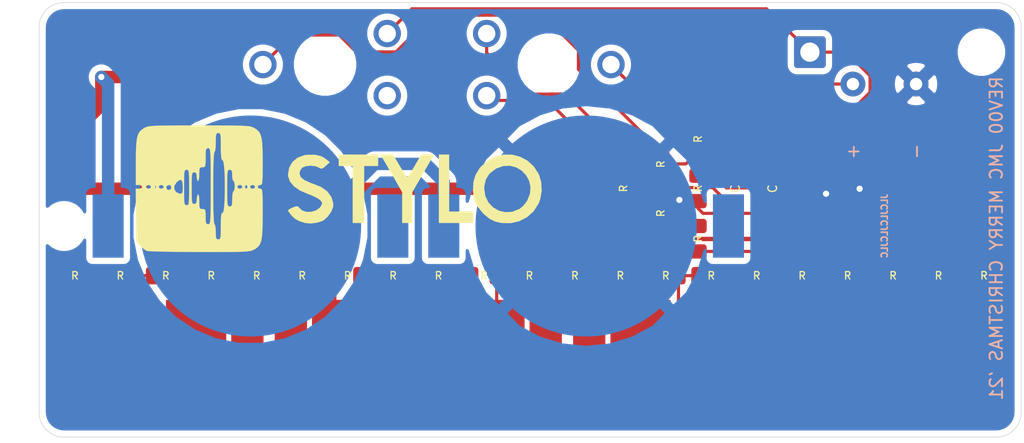
<source format=kicad_pcb>
(kicad_pcb (version 20171130) (host pcbnew "(5.1.12)-1")

  (general
    (thickness 1.6)
    (drawings 10)
    (tracks 189)
    (zones 0)
    (modules 40)
    (nets 39)
  )

  (page A4)
  (layers
    (0 F.Cu signal)
    (31 B.Cu signal)
    (32 B.Adhes user)
    (33 F.Adhes user)
    (34 B.Paste user)
    (35 F.Paste user)
    (36 B.SilkS user)
    (37 F.SilkS user)
    (38 B.Mask user)
    (39 F.Mask user)
    (40 Dwgs.User user)
    (41 Cmts.User user)
    (42 Eco1.User user)
    (43 Eco2.User user)
    (44 Edge.Cuts user)
    (45 Margin user)
    (46 B.CrtYd user)
    (47 F.CrtYd user)
    (48 B.Fab user)
    (49 F.Fab user)
  )

  (setup
    (last_trace_width 0.254)
    (trace_clearance 0.254)
    (zone_clearance 0.508)
    (zone_45_only no)
    (trace_min 0.2)
    (via_size 1)
    (via_drill 0.5)
    (via_min_size 0.4)
    (via_min_drill 0.3)
    (uvia_size 0.3)
    (uvia_drill 0.1)
    (uvias_allowed no)
    (uvia_min_size 0.2)
    (uvia_min_drill 0.1)
    (edge_width 0.05)
    (segment_width 0.2)
    (pcb_text_width 0.3)
    (pcb_text_size 1.5 1.5)
    (mod_edge_width 0.12)
    (mod_text_size 1 1)
    (mod_text_width 0.15)
    (pad_size 1.15 1.4)
    (pad_drill 0)
    (pad_to_mask_clearance 0)
    (aux_axis_origin 0 0)
    (visible_elements 7FFFFFFF)
    (pcbplotparams
      (layerselection 0x010fc_ffffffff)
      (usegerberextensions false)
      (usegerberattributes true)
      (usegerberadvancedattributes true)
      (creategerberjobfile true)
      (excludeedgelayer true)
      (linewidth 0.100000)
      (plotframeref false)
      (viasonmask false)
      (mode 1)
      (useauxorigin false)
      (hpglpennumber 1)
      (hpglpenspeed 20)
      (hpglpendiameter 15.000000)
      (psnegative false)
      (psa4output false)
      (plotreference true)
      (plotvalue true)
      (plotinvisibletext false)
      (padsonsilk false)
      (subtractmaskfromsilk false)
      (outputformat 1)
      (mirror false)
      (drillshape 0)
      (scaleselection 1)
      (outputdirectory "gerber/"))
  )

  (net 0 "")
  (net 1 GND)
  (net 2 "Net-(C1-Pad2)")
  (net 3 "Net-(C1-Pad1)")
  (net 4 "Net-(C2-Pad1)")
  (net 5 "Net-(R1-Pad2)")
  (net 6 "Net-(R2-Pad2)")
  (net 7 A2)
  (net 8 "Net-(R3-Pad2)")
  (net 9 +6V)
  (net 10 "Net-(R5-Pad2)")
  (net 11 "Net-(R5-Pad1)")
  (net 12 "Net-(R6-Pad1)")
  (net 13 G#2)
  (net 14 G2)
  (net 15 F#2)
  (net 16 F2)
  (net 17 E2)
  (net 18 D#2)
  (net 19 D2)
  (net 20 C#2)
  (net 21 C2)
  (net 22 B1)
  (net 23 A#1)
  (net 24 A1)
  (net 25 G#1)
  (net 26 G1)
  (net 27 F#1)
  (net 28 F1)
  (net 29 E1)
  (net 30 D#1)
  (net 31 D1)
  (net 32 C#1)
  (net 33 STYLUS)
  (net 34 C1)
  (net 35 "Net-(B1-Pad2)")
  (net 36 "Net-(B1-Pad1)")
  (net 37 "Net-(U1-Pad7)")
  (net 38 "Net-(VR1-Pad1)")

  (net_class Default "This is the default net class."
    (clearance 0.254)
    (trace_width 0.254)
    (via_dia 1)
    (via_drill 0.5)
    (uvia_dia 0.3)
    (uvia_drill 0.1)
    (add_net A#1)
    (add_net A1)
    (add_net A2)
    (add_net B1)
    (add_net C#1)
    (add_net C#2)
    (add_net C1)
    (add_net C2)
    (add_net D#1)
    (add_net D#2)
    (add_net D1)
    (add_net D2)
    (add_net E1)
    (add_net E2)
    (add_net F#1)
    (add_net F#2)
    (add_net F1)
    (add_net F2)
    (add_net G#1)
    (add_net G#2)
    (add_net G1)
    (add_net G2)
    (add_net "Net-(C1-Pad1)")
    (add_net "Net-(C1-Pad2)")
    (add_net "Net-(C2-Pad1)")
    (add_net "Net-(R1-Pad2)")
    (add_net "Net-(R2-Pad2)")
    (add_net "Net-(R3-Pad2)")
    (add_net "Net-(R5-Pad1)")
    (add_net "Net-(R5-Pad2)")
    (add_net "Net-(R6-Pad1)")
    (add_net "Net-(U1-Pad7)")
    (add_net "Net-(VR1-Pad1)")
    (add_net STYLUS)
  )

  (net_class Power ""
    (clearance 0.254)
    (trace_width 0.35)
    (via_dia 1)
    (via_drill 0.5)
    (uvia_dia 0.3)
    (uvia_drill 0.1)
    (add_net +6V)
    (add_net GND)
    (add_net "Net-(B1-Pad1)")
    (add_net "Net-(B1-Pad2)")
  )

  (module _stylophone:logo (layer F.Cu) (tedit 0) (tstamp 61C2193A)
    (at 117 79)
    (path /61DDE8D1)
    (fp_text reference LOGO1 (at 0 0) (layer F.SilkS) hide
      (effects (font (size 1.524 1.524) (thickness 0.3)))
    )
    (fp_text value SYM_Radio_Waves_Small (at 0.75 0) (layer F.SilkS) hide
      (effects (font (size 1.524 1.524) (thickness 0.3)))
    )
    (fp_poly (pts (xy -10.097828 -5.099806) (xy -9.260457 -5.097441) (xy -8.586423 -5.092443) (xy -8.055389 -5.083944)
      (xy -7.647016 -5.071081) (xy -7.340967 -5.052987) (xy -7.116903 -5.028797) (xy -6.954486 -4.997646)
      (xy -6.833378 -4.958667) (xy -6.73882 -4.914006) (xy -6.505084 -4.770064) (xy -6.327524 -4.602643)
      (xy -6.198611 -4.383056) (xy -6.110817 -4.08262) (xy -6.056614 -3.672648) (xy -6.028474 -3.124455)
      (xy -6.018868 -2.409355) (xy -6.018474 -2.169262) (xy -6.019416 -1.511034) (xy -6.024248 -1.029323)
      (xy -6.035981 -0.696631) (xy -6.057626 -0.48546) (xy -6.092194 -0.368312) (xy -6.142697 -0.317691)
      (xy -6.212143 -0.306098) (xy -6.22249 -0.306024) (xy -6.38864 -0.242241) (xy -6.426506 -0.153012)
      (xy -6.341462 -0.0284) (xy -6.22249 0) (xy -6.152835 0.008097) (xy -6.101148 0.050015)
      (xy -6.064754 0.152199) (xy -6.040975 0.34109) (xy -6.027138 0.643133) (xy -6.020565 1.084769)
      (xy -6.018582 1.692443) (xy -6.018474 2.01625) (xy -6.023151 2.808438) (xy -6.041751 3.424313)
      (xy -6.081132 3.891454) (xy -6.148149 4.237442) (xy -6.249658 4.489856) (xy -6.392516 4.676278)
      (xy -6.583577 4.824286) (xy -6.73882 4.914006) (xy -6.839345 4.961125) (xy -6.9615 4.99954)
      (xy -7.125634 5.030087) (xy -7.352098 5.053603) (xy -7.66124 5.070924) (xy -8.073409 5.082886)
      (xy -8.608956 5.090325) (xy -9.28823 5.094077) (xy -10.13158 5.094979) (xy -11.117284 5.093936)
      (xy -12.01149 5.090413) (xy -12.847071 5.083117) (xy -13.600812 5.072548) (xy -14.249497 5.059208)
      (xy -14.769912 5.043598) (xy -15.13884 5.026219) (xy -15.333067 5.007572) (xy -15.352209 5.002527)
      (xy -15.550157 4.875897) (xy -15.793124 4.664537) (xy -15.862249 4.594495) (xy -16.168273 4.271407)
      (xy -16.199501 2.135704) (xy -16.230729 0) (xy -15.969983 0) (xy -15.760594 -0.052216)
      (xy -15.709237 -0.153012) (xy -15.403213 -0.153012) (xy -15.318169 -0.0284) (xy -15.199197 0)
      (xy -15.033047 -0.063782) (xy -14.995181 -0.153012) (xy -15.000981 -0.161512) (xy -14.681103 -0.161512)
      (xy -14.662349 -0.029207) (xy -14.627527 -0.027627) (xy -14.605164 -0.153012) (xy -14.383133 -0.153012)
      (xy -14.298089 -0.0284) (xy -14.179117 0) (xy -14.012967 -0.063782) (xy -13.996746 -0.102008)
      (xy -13.771084 -0.102008) (xy -13.698954 0.068479) (xy -13.567068 0.102008) (xy -13.440808 0.048589)
      (xy -13.123482 0.048589) (xy -12.978244 0.277293) (xy -12.706926 0.398028) (xy -12.623494 0.404788)
      (xy -12.519122 0.373672) (xy -12.464789 0.245071) (xy -12.445913 -0.026569) (xy -12.445357 -0.102008)
      (xy -12.342972 -0.102008) (xy -12.341459 0.463119) (xy -12.333932 0.855587) (xy -12.315914 1.106751)
      (xy -12.282925 1.247962) (xy -12.230487 1.310573) (xy -12.15412 1.325936) (xy -12.138956 1.326105)
      (xy -12.058224 1.315511) (xy -12.002157 1.262826) (xy -11.966276 1.1367) (xy -11.946103 0.905778)
      (xy -11.937159 0.538709) (xy -11.934964 0.004139) (xy -11.934952 -0.051004) (xy -11.730924 -0.051004)
      (xy -11.729066 0.478165) (xy -11.719956 0.836469) (xy -11.698292 1.05705) (xy -11.658772 1.17305)
      (xy -11.596092 1.217611) (xy -11.526908 1.224097) (xy -11.385358 1.183345) (xy -11.328987 1.02502)
      (xy -11.322892 0.873089) (xy -11.295862 0.619005) (xy -11.229883 0.465962) (xy -11.220884 0.459036)
      (xy -11.161313 0.513325) (xy -11.126469 0.749377) (xy -11.118876 1.01406) (xy -11.113599 1.355331)
      (xy -11.084652 1.540307) (xy -11.012361 1.616669) (xy -10.877053 1.632098) (xy -10.863856 1.632129)
      (xy -10.72252 1.645088) (xy -10.646213 1.715903) (xy -10.614974 1.89248) (xy -10.608841 2.222724)
      (xy -10.608835 2.244177) (xy -10.601391 2.586018) (xy -10.568691 2.770731) (xy -10.495182 2.844973)
      (xy -10.404819 2.856225) (xy -10.346849 2.850272) (xy -10.301047 2.818085) (xy -10.265981 2.738179)
      (xy -10.240219 2.589064) (xy -10.222327 2.349252) (xy -10.210874 1.997257) (xy -10.204427 1.511589)
      (xy -10.201553 0.87076) (xy -10.20082 0.053284) (xy -10.200814 -0.051004) (xy -9.996787 -0.051004)
      (xy -9.993252 0.881567) (xy -9.982816 1.643058) (xy -9.965734 2.226206) (xy -9.942261 2.62375)
      (xy -9.912651 2.828425) (xy -9.894779 2.856225) (xy -9.840444 2.94914) (xy -9.803606 3.191867)
      (xy -9.792771 3.468273) (xy -9.785327 3.810115) (xy -9.752627 3.994828) (xy -9.679118 4.069069)
      (xy -9.588755 4.080322) (xy -9.497741 4.066892) (xy -9.438713 4.002556) (xy -9.4048 3.851245)
      (xy -9.389133 3.576889) (xy -9.38484 3.143417) (xy -9.384739 3.009237) (xy -9.380048 2.520121)
      (xy -9.362838 2.201938) (xy -9.328405 2.021752) (xy -9.272044 1.94663) (xy -9.231727 1.938153)
      (xy -9.17492 1.842392) (xy -9.12944 1.579469) (xy -9.095286 1.185922) (xy -9.072459 0.69829)
      (xy -9.060957 0.153113) (xy -9.060895 -0.051004) (xy -8.874699 -0.051004) (xy -8.873278 0.52569)
      (xy -8.866182 0.92919) (xy -8.84916 1.190312) (xy -8.817961 1.339872) (xy -8.768336 1.408687)
      (xy -8.696033 1.427574) (xy -8.670683 1.428113) (xy -8.556736 1.40578) (xy -8.495165 1.307679)
      (xy -8.470417 1.087152) (xy -8.466667 0.816064) (xy -8.451181 0.490052) (xy -8.410727 0.269028)
      (xy -8.364659 0.204016) (xy -8.300781 0.11352) (xy -8.265252 -0.112552) (xy -8.264102 -0.153012)
      (xy -8.058635 -0.153012) (xy -7.973591 -0.0284) (xy -7.854619 0) (xy -7.688469 -0.063782)
      (xy -7.650603 -0.153012) (xy -7.446586 -0.153012) (xy -7.391505 -0.017263) (xy -7.344578 0)
      (xy -7.254079 -0.082622) (xy -7.24257 -0.153012) (xy -7.038554 -0.153012) (xy -6.953511 -0.0284)
      (xy -6.834538 0) (xy -6.668389 -0.063782) (xy -6.630522 -0.153012) (xy -6.715566 -0.277624)
      (xy -6.834538 -0.306024) (xy -7.000688 -0.242241) (xy -7.038554 -0.153012) (xy -7.24257 -0.153012)
      (xy -7.297652 -0.288761) (xy -7.344578 -0.306024) (xy -7.435078 -0.223402) (xy -7.446586 -0.153012)
      (xy -7.650603 -0.153012) (xy -7.735646 -0.277624) (xy -7.854619 -0.306024) (xy -8.020768 -0.242241)
      (xy -8.058635 -0.153012) (xy -8.264102 -0.153012) (xy -8.262651 -0.204016) (xy -8.285275 -0.459527)
      (xy -8.341793 -0.601643) (xy -8.364659 -0.612048) (xy -8.425494 -0.703222) (xy -8.461986 -0.933901)
      (xy -8.466667 -1.071084) (xy -8.480015 -1.357945) (xy -8.535444 -1.493594) (xy -8.656027 -1.529945)
      (xy -8.670683 -1.53012) (xy -8.750227 -1.519819) (xy -8.805882 -1.468372) (xy -8.841899 -1.344962)
      (xy -8.862528 -1.118773) (xy -8.87202 -0.758988) (xy -8.874625 -0.23479) (xy -8.874699 -0.051004)
      (xy -9.060895 -0.051004) (xy -9.060783 -0.413071) (xy -9.071934 -0.963723) (xy -9.094412 -1.462304)
      (xy -9.128216 -1.872275) (xy -9.173347 -2.157096) (xy -9.229803 -2.28023) (xy -9.231727 -2.281065)
      (xy -9.302732 -2.347887) (xy -9.348759 -2.505705) (xy -9.374386 -2.788428) (xy -9.384194 -3.229964)
      (xy -9.384739 -3.414067) (xy -9.387283 -3.892732) (xy -9.399475 -4.203418) (xy -9.428155 -4.382143)
      (xy -9.480163 -4.464925) (xy -9.56234 -4.487781) (xy -9.588755 -4.488353) (xy -9.693066 -4.470283)
      (xy -9.754269 -4.387889) (xy -9.78364 -4.19889) (xy -9.792451 -3.861009) (xy -9.792771 -3.723293)
      (xy -9.805429 -3.337799) (xy -9.839691 -3.069107) (xy -9.889996 -2.958949) (xy -9.894779 -2.958233)
      (xy -9.927501 -2.857476) (xy -9.95422 -2.560046) (xy -9.974681 -2.073208) (xy -9.98863 -1.404223)
      (xy -9.995812 -0.560354) (xy -9.996787 -0.051004) (xy -10.200814 -0.051004) (xy -10.200803 -0.204016)
      (xy -10.2012 -1.073572) (xy -10.203346 -1.7606) (xy -10.208673 -2.286588) (xy -10.218614 -2.673025)
      (xy -10.234601 -2.941397) (xy -10.258068 -3.113193) (xy -10.290446 -3.209902) (xy -10.333168 -3.25301)
      (xy -10.387666 -3.264006) (xy -10.404819 -3.264257) (xy -10.50913 -3.246187) (xy -10.570334 -3.163792)
      (xy -10.599704 -2.974793) (xy -10.608515 -2.636913) (xy -10.608835 -2.499197) (xy -10.612014 -2.110055)
      (xy -10.631098 -1.881949) (xy -10.680413 -1.771905) (xy -10.774284 -1.736949) (xy -10.863856 -1.734136)
      (xy -11.009911 -1.719573) (xy -11.085961 -1.642598) (xy -11.114698 -1.453288) (xy -11.118876 -1.173092)
      (xy -11.135645 -0.865845) (xy -11.178903 -0.66206) (xy -11.220884 -0.612048) (xy -11.288308 -0.701721)
      (xy -11.322011 -0.922221) (xy -11.322892 -0.969076) (xy -11.345713 -1.215147) (xy -11.434806 -1.314434)
      (xy -11.526908 -1.326104) (xy -11.611575 -1.314491) (xy -11.668903 -1.257556) (xy -11.704196 -1.122158)
      (xy -11.722756 -0.875154) (xy -11.729886 -0.483403) (xy -11.730924 -0.051004) (xy -11.934952 -0.051004)
      (xy -11.93494 -0.102008) (xy -11.936453 -0.667134) (xy -11.94398 -1.059603) (xy -11.961998 -1.310766)
      (xy -11.994986 -1.451977) (xy -12.047425 -1.514588) (xy -12.123792 -1.529952) (xy -12.138956 -1.53012)
      (xy -12.219688 -1.519526) (xy -12.275755 -1.466842) (xy -12.311636 -1.340715) (xy -12.331809 -1.109794)
      (xy -12.340753 -0.742725) (xy -12.342948 -0.208155) (xy -12.342972 -0.102008) (xy -12.445357 -0.102008)
      (xy -12.44498 -0.153012) (xy -12.473109 -0.523908) (xy -12.562576 -0.703322) (xy -12.721004 -0.696589)
      (xy -12.95502 -0.51004) (xy -13.122465 -0.232412) (xy -13.123482 0.048589) (xy -13.440808 0.048589)
      (xy -13.396582 0.029878) (xy -13.363052 -0.102008) (xy -13.435183 -0.272495) (xy -13.567068 -0.306024)
      (xy -13.737555 -0.233893) (xy -13.771084 -0.102008) (xy -13.996746 -0.102008) (xy -13.975101 -0.153012)
      (xy -14.060144 -0.277624) (xy -14.179117 -0.306024) (xy -14.345266 -0.242241) (xy -14.383133 -0.153012)
      (xy -14.605164 -0.153012) (xy -14.603176 -0.164154) (xy -14.619474 -0.223142) (xy -14.664768 -0.261781)
      (xy -14.681103 -0.161512) (xy -15.000981 -0.161512) (xy -15.080224 -0.277624) (xy -15.199197 -0.306024)
      (xy -15.365347 -0.242241) (xy -15.403213 -0.153012) (xy -15.709237 -0.153012) (xy -15.797913 -0.276076)
      (xy -15.964257 -0.306024) (xy -16.219277 -0.306024) (xy -16.219277 -2.169262) (xy -16.2136 -2.93756)
      (xy -16.191549 -3.53072) (xy -16.145596 -3.977426) (xy -16.068213 -4.306364) (xy -15.951872 -4.546219)
      (xy -15.789043 -4.725676) (xy -15.5722 -4.873421) (xy -15.498931 -4.914006) (xy -15.398134 -4.961151)
      (xy -15.275191 -4.999653) (xy -15.109762 -5.030378) (xy -14.881509 -5.054192) (xy -14.570095 -5.07196)
      (xy -14.15518 -5.084547) (xy -13.616428 -5.092819) (xy -12.9335 -5.097641) (xy -12.086057 -5.09988)
      (xy -11.118876 -5.100401) (xy -10.097828 -5.099806)) (layer F.SilkS) (width 0.01))
    (fp_poly (pts (xy -1.280325 -2.606664) (xy -0.925473 -2.387762) (xy -0.620844 -2.131434) (xy -0.944104 -1.842601)
      (xy -1.157219 -1.666447) (xy -1.299276 -1.615283) (xy -1.445219 -1.6716) (xy -1.507351 -1.711013)
      (xy -1.812405 -1.825432) (xy -2.194809 -1.858852) (xy -2.568098 -1.813478) (xy -2.845806 -1.691516)
      (xy -2.863634 -1.676427) (xy -3.013535 -1.44077) (xy -3.060241 -1.216606) (xy -2.959404 -0.939647)
      (xy -2.658805 -0.688583) (xy -2.161316 -0.465578) (xy -1.989157 -0.409084) (xy -1.311481 -0.134102)
      (xy -0.81876 0.217904) (xy -0.505422 0.651001) (xy -0.489462 0.685815) (xy -0.344964 1.15688)
      (xy -0.347608 1.457515) (xy -0.499033 1.839878) (xy -0.768517 2.222458) (xy -1.091078 2.519529)
      (xy -1.203868 2.587125) (xy -1.630232 2.730691) (xy -2.122407 2.793936) (xy -2.56652 2.763175)
      (xy -2.601205 2.755085) (xy -3.078591 2.605467) (xy -3.421696 2.416942) (xy -3.700254 2.150914)
      (xy -3.706836 2.143124) (xy -3.876876 1.923577) (xy -3.971415 1.767595) (xy -3.978313 1.741784)
      (xy -3.892629 1.659178) (xy -3.678178 1.547393) (xy -3.58587 1.50892) (xy -3.330732 1.418794)
      (xy -3.192582 1.415342) (xy -3.10209 1.502124) (xy -3.080964 1.534845) (xy -2.832048 1.758527)
      (xy -2.480692 1.864236) (xy -2.087415 1.856749) (xy -1.712737 1.74084) (xy -1.417174 1.521284)
      (xy -1.329727 1.396654) (xy -1.236676 1.19506) (xy -1.260101 1.058178) (xy -1.420352 0.894983)
      (xy -1.447122 0.871589) (xy -1.68539 0.717222) (xy -2.041052 0.546362) (xy -2.416199 0.403393)
      (xy -3.036021 0.135135) (xy -3.515351 -0.205253) (xy -3.834496 -0.598582) (xy -3.973763 -1.025664)
      (xy -3.978313 -1.118752) (xy -3.887938 -1.6853) (xy -3.629539 -2.150393) (xy -3.222209 -2.49388)
      (xy -2.68504 -2.695612) (xy -2.450826 -2.730912) (xy -1.799 -2.735735) (xy -1.280325 -2.606664)) (layer F.SilkS) (width 0.01))
    (fp_poly (pts (xy 14.05453 -2.739048) (xy 14.700284 -2.571756) (xy 15.292118 -2.250972) (xy 15.799216 -1.781081)
      (xy 16.190763 -1.166468) (xy 16.211265 -1.122088) (xy 16.386692 -0.517043) (xy 16.420674 0.155244)
      (xy 16.314213 0.815963) (xy 16.181984 1.176979) (xy 15.786431 1.798005) (xy 15.25726 2.281283)
      (xy 14.62407 2.611474) (xy 13.916457 2.773237) (xy 13.164019 2.751233) (xy 13.149137 2.74888)
      (xy 12.649829 2.626246) (xy 12.225692 2.412052) (xy 11.805731 2.06684) (xy 11.659246 1.920832)
      (xy 11.233232 1.384943) (xy 10.986911 0.820016) (xy 10.897484 0.172125) (xy 10.896442 0.116619)
      (xy 10.904263 0) (xy 11.798929 0) (xy 11.888806 0.596837) (xy 12.137014 1.10268)
      (xy 12.511414 1.499446) (xy 12.979871 1.76905) (xy 13.510248 1.893411) (xy 14.070407 1.854444)
      (xy 14.628212 1.634068) (xy 14.664557 1.612465) (xy 14.917951 1.399441) (xy 15.172098 1.096002)
      (xy 15.262873 0.956655) (xy 15.486015 0.406125) (xy 15.52934 -0.134263) (xy 15.416593 -0.640763)
      (xy 15.171519 -1.089631) (xy 14.817864 -1.457121) (xy 14.379373 -1.719488) (xy 13.87979 -1.852988)
      (xy 13.342861 -1.833874) (xy 12.792331 -1.638402) (xy 12.712422 -1.593797) (xy 12.232856 -1.221167)
      (xy 11.934725 -0.762547) (xy 11.80619 -0.197286) (xy 11.798929 0) (xy 10.904263 0)
      (xy 10.942042 -0.563291) (xy 11.109816 -1.126035) (xy 11.420229 -1.631301) (xy 11.548616 -1.785592)
      (xy 12.101899 -2.276119) (xy 12.724522 -2.595615) (xy 13.385671 -2.748462) (xy 14.05453 -2.739048)) (layer F.SilkS) (width 0.01))
    (fp_poly (pts (xy 3.264257 -1.836144) (xy 2.142169 -1.836144) (xy 2.142169 2.754217) (xy 1.224096 2.754217)
      (xy 1.224096 -1.836144) (xy 0.102008 -1.836144) (xy 0.102008 -2.754217) (xy 3.264257 -2.754217)
      (xy 3.264257 -1.836144)) (layer F.SilkS) (width 0.01))
    (fp_poly (pts (xy 5.009593 -1.836144) (xy 5.239002 -1.457502) (xy 5.432391 -1.15479) (xy 5.565706 -0.964688)
      (xy 5.611697 -0.918072) (xy 5.684031 -1.000581) (xy 5.833404 -1.223519) (xy 6.03595 -1.550001)
      (xy 6.205782 -1.836144) (xy 6.741274 -2.754217) (xy 7.772762 -2.754217) (xy 7.546545 -2.371687)
      (xy 7.407252 -2.133613) (xy 7.195319 -1.768344) (xy 6.939571 -1.325678) (xy 6.669401 -0.856398)
      (xy 6.018474 0.276361) (xy 6.018474 2.754217) (xy 5.20241 2.754217) (xy 5.20241 0.276361)
      (xy 4.527223 -0.907402) (xy 4.256604 -1.380404) (xy 4.004438 -1.818531) (xy 3.797191 -2.175969)
      (xy 3.661331 -2.406903) (xy 3.651835 -2.422691) (xy 3.451634 -2.754217) (xy 4.466082 -2.754217)
      (xy 5.009593 -1.836144)) (layer F.SilkS) (width 0.01))
    (fp_poly (pts (xy 8.976707 1.836145) (xy 10.914859 1.836145) (xy 10.914859 2.754217) (xy 8.160642 2.754217)
      (xy 8.160642 -2.754217) (xy 8.976707 -2.754217) (xy 8.976707 1.836145)) (layer F.SilkS) (width 0.01))
  )

  (module _stylophone:speaker_CDM-20008 (layer B.Cu) (tedit 61B6ACED) (tstamp 61B7C718)
    (at 161 82 270)
    (path /61B845A6)
    (fp_text reference LS1 (at 0 -0.5 90) (layer B.SilkS) hide
      (effects (font (size 1 1) (thickness 0.15)) (justify mirror))
    )
    (fp_text value CDM-20008 (at 0 0.5 90) (layer B.Fab)
      (effects (font (size 1 1) (thickness 0.15)) (justify mirror))
    )
    (fp_circle (center 0 0) (end 10 0) (layer B.Fab) (width 0.5))
    (fp_text user + (at -6 2.54 90) (layer B.SilkS)
      (effects (font (size 1 1) (thickness 0.15)) (justify mirror))
    )
    (fp_text user - (at -6 -2.54 90) (layer B.SilkS)
      (effects (font (size 1 1) (thickness 0.15)) (justify mirror))
    )
    (pad 2 thru_hole circle (at -11.43 -2.54 270) (size 2 2) (drill 1) (layers *.Cu *.Mask)
      (net 1 GND))
    (pad 1 thru_hole circle (at -11.43 2.54 270) (size 2 2) (drill 1) (layers *.Cu *.Mask)
      (net 3 "Net-(C1-Pad1)"))
    (model ${KIPRJMOD}/_stylophone.pretty/CUI_DEVICES_CDM-20008.step
      (offset (xyz 0 0 3.2))
      (scale (xyz 1 1 1))
      (rotate (xyz -90 180 90))
    )
  )

  (module _stylophone:BATHLD001 (layer B.Cu) (tedit 61B6BB0C) (tstamp 61B77DE1)
    (at 137 82 180)
    (descr BAT-HLD-001)
    (tags "Undefined or Miscellaneous")
    (path /61D6986A)
    (attr smd)
    (fp_text reference B2 (at 0 0) (layer B.SilkS) hide
      (effects (font (size 1.27 1.27) (thickness 0.254)) (justify mirror))
    )
    (fp_text value BAT-HLD-001 (at 0 0) (layer B.SilkS) hide
      (effects (font (size 1.27 1.27) (thickness 0.254)) (justify mirror))
    )
    (fp_line (start -10.55 7.75) (end 10.55 7.75) (layer B.Fab) (width 0.2))
    (fp_line (start 10.55 7.75) (end 10.55 -7.75) (layer B.Fab) (width 0.2))
    (fp_line (start 10.55 -7.75) (end -10.55 -7.75) (layer B.Fab) (width 0.2))
    (fp_line (start -10.55 -7.75) (end -10.55 7.75) (layer B.Fab) (width 0.2))
    (fp_line (start -13.7 9.9) (end 13.7 9.9) (layer B.CrtYd) (width 0.1))
    (fp_line (start 13.7 9.9) (end 13.7 -9.9) (layer B.CrtYd) (width 0.1))
    (fp_line (start 13.7 -9.9) (end -13.7 -9.9) (layer B.CrtYd) (width 0.1))
    (fp_line (start -13.7 -9.9) (end -13.7 9.9) (layer B.CrtYd) (width 0.1))
    (fp_text user %R (at 0 0) (layer B.Fab)
      (effects (font (size 1.27 1.27) (thickness 0.254)) (justify mirror))
    )
    (pad 2 smd circle (at 0 0 90) (size 17.8 17.8) (layers B.Cu B.Paste B.Mask)
      (net 1 GND))
    (pad "" smd rect (at -11.45 0 180) (size 2.5 5.1) (layers B.Cu B.Paste B.Mask))
    (pad 1 smd rect (at 11.45 0 180) (size 2.5 5.1) (layers B.Cu B.Paste B.Mask)
      (net 35 "Net-(B1-Pad2)"))
    (model ${KIPRJMOD}/_stylophone.pretty/BAT-HLD-001.stp
      (offset (xyz 0 0 4.189999994292875))
      (scale (xyz 1 1 1))
      (rotate (xyz -90 0 0))
    )
  )

  (module _stylophone:BATHLD001 (layer B.Cu) (tedit 61B6BB0C) (tstamp 61B77DC9)
    (at 110 82 180)
    (descr BAT-HLD-001)
    (tags "Undefined or Miscellaneous")
    (path /61D691C4)
    (attr smd)
    (fp_text reference B1 (at 0 0) (layer B.SilkS) hide
      (effects (font (size 1.27 1.27) (thickness 0.254)) (justify mirror))
    )
    (fp_text value BAT-HLD-001 (at 0 0) (layer B.SilkS) hide
      (effects (font (size 1.27 1.27) (thickness 0.254)) (justify mirror))
    )
    (fp_line (start -10.55 7.75) (end 10.55 7.75) (layer B.Fab) (width 0.2))
    (fp_line (start 10.55 7.75) (end 10.55 -7.75) (layer B.Fab) (width 0.2))
    (fp_line (start 10.55 -7.75) (end -10.55 -7.75) (layer B.Fab) (width 0.2))
    (fp_line (start -10.55 -7.75) (end -10.55 7.75) (layer B.Fab) (width 0.2))
    (fp_line (start -13.7 9.9) (end 13.7 9.9) (layer B.CrtYd) (width 0.1))
    (fp_line (start 13.7 9.9) (end 13.7 -9.9) (layer B.CrtYd) (width 0.1))
    (fp_line (start 13.7 -9.9) (end -13.7 -9.9) (layer B.CrtYd) (width 0.1))
    (fp_line (start -13.7 -9.9) (end -13.7 9.9) (layer B.CrtYd) (width 0.1))
    (fp_text user %R (at 0 0) (layer B.Fab)
      (effects (font (size 1.27 1.27) (thickness 0.254)) (justify mirror))
    )
    (pad 2 smd circle (at 0 0 90) (size 17.8 17.8) (layers B.Cu B.Paste B.Mask)
      (net 35 "Net-(B1-Pad2)"))
    (pad "" smd rect (at -11.45 0 180) (size 2.5 5.1) (layers B.Cu B.Paste B.Mask))
    (pad 1 smd rect (at 11.45 0 180) (size 2.5 5.1) (layers B.Cu B.Paste B.Mask)
      (net 36 "Net-(B1-Pad1)"))
    (model ${KIPRJMOD}/_stylophone.pretty/BAT-HLD-001.stp
      (offset (xyz 0 0 4.189999994292875))
      (scale (xyz 1 1 1))
      (rotate (xyz -90 0 0))
    )
  )

  (module Package_SO:SOIC-8_3.9x4.9mm_P1.27mm (layer F.Cu) (tedit 61B6B4D5) (tstamp 61B7D85E)
    (at 158 79 270)
    (descr "SOIC, 8 Pin (JEDEC MS-012AA, https://www.analog.com/media/en/package-pcb-resources/package/pkg_pdf/soic_narrow-r/r_8.pdf), generated with kicad-footprint-generator ipc_gullwing_generator.py")
    (tags "SOIC SO")
    (path /61C550E3)
    (attr smd)
    (fp_text reference U1 (at 0 -3.4 270) (layer F.SilkS) hide
      (effects (font (size 1 1) (thickness 0.15)))
    )
    (fp_text value NA555D (at 0 3.4 270) (layer F.Fab)
      (effects (font (size 1 1) (thickness 0.15)))
    )
    (fp_line (start -0.975 -2.45) (end 1.95 -2.45) (layer F.Fab) (width 0.1))
    (fp_line (start 1.95 -2.45) (end 1.95 2.45) (layer F.Fab) (width 0.1))
    (fp_line (start 1.95 2.45) (end -1.95 2.45) (layer F.Fab) (width 0.1))
    (fp_line (start -1.95 2.45) (end -1.95 -1.475) (layer F.Fab) (width 0.1))
    (fp_line (start -1.95 -1.475) (end -0.975 -2.45) (layer F.Fab) (width 0.1))
    (fp_line (start -3.7 -2.7) (end -3.7 2.7) (layer F.CrtYd) (width 0.05))
    (fp_line (start -3.7 2.7) (end 3.7 2.7) (layer F.CrtYd) (width 0.05))
    (fp_line (start 3.7 2.7) (end 3.7 -2.7) (layer F.CrtYd) (width 0.05))
    (fp_line (start 3.7 -2.7) (end -3.7 -2.7) (layer F.CrtYd) (width 0.05))
    (fp_text user %R (at 0 0 270) (layer F.Fab)
      (effects (font (size 0.98 0.98) (thickness 0.15)))
    )
    (pad 8 smd roundrect (at 2.475 -1.905 270) (size 1.95 0.6) (layers F.Cu F.Paste F.Mask) (roundrect_rratio 0.25)
      (net 9 +6V))
    (pad 7 smd roundrect (at 2.475 -0.635 270) (size 1.95 0.6) (layers F.Cu F.Paste F.Mask) (roundrect_rratio 0.25)
      (net 37 "Net-(U1-Pad7)"))
    (pad 6 smd roundrect (at 2.475 0.635 270) (size 1.95 0.6) (layers F.Cu F.Paste F.Mask) (roundrect_rratio 0.25)
      (net 4 "Net-(C2-Pad1)"))
    (pad 5 smd roundrect (at 2.475 1.905 270) (size 1.95 0.6) (layers F.Cu F.Paste F.Mask) (roundrect_rratio 0.25)
      (net 11 "Net-(R5-Pad1)"))
    (pad 4 smd roundrect (at -2.475 1.905 270) (size 1.95 0.6) (layers F.Cu F.Paste F.Mask) (roundrect_rratio 0.25)
      (net 9 +6V))
    (pad 3 smd roundrect (at -2.475 0.635 270) (size 1.95 0.6) (layers F.Cu F.Paste F.Mask) (roundrect_rratio 0.25)
      (net 33 STYLUS))
    (pad 2 smd roundrect (at -2.475 -0.635 270) (size 1.95 0.6) (layers F.Cu F.Paste F.Mask) (roundrect_rratio 0.25)
      (net 4 "Net-(C2-Pad1)"))
    (pad 1 smd roundrect (at -2.475 -1.905 270) (size 1.95 0.6) (layers F.Cu F.Paste F.Mask) (roundrect_rratio 0.25)
      (net 1 GND))
    (model ${KISYS3DMOD}/Package_SO.3dshapes/SOIC-8_3.9x4.9mm_P1.27mm.wrl
      (at (xyz 0 0 0))
      (scale (xyz 1 1 1))
      (rotate (xyz 0 0 0))
    )
  )

  (module _stylophone:R_0805 (layer F.Cu) (tedit 61B6B2C2) (tstamp 61B7E017)
    (at 140 78.975 90)
    (path /61B7A32B)
    (fp_text reference R3 (at 0 1.651 90) (layer F.SilkS) hide
      (effects (font (size 1 1) (thickness 0.15)))
    )
    (fp_text value 1.0K (at 0 -1.524 90) (layer F.Fab)
      (effects (font (size 1 1) (thickness 0.15)))
    )
    (fp_line (start 1 0.6) (end -1 0.6) (layer F.Fab) (width 0.1))
    (fp_line (start 1.85 0.95) (end -1.85 0.95) (layer F.CrtYd) (width 0.05))
    (fp_line (start -1.85 0.95) (end -1.85 -0.95) (layer F.CrtYd) (width 0.05))
    (fp_line (start -1 0.6) (end -1 -0.6) (layer F.Fab) (width 0.1))
    (fp_line (start -1 -0.6) (end 1 -0.6) (layer F.Fab) (width 0.1))
    (fp_line (start -1.85 -0.95) (end 1.85 -0.95) (layer F.CrtYd) (width 0.05))
    (fp_line (start 1 -0.6) (end 1 0.6) (layer F.Fab) (width 0.1))
    (fp_line (start 1.85 -0.95) (end 1.85 0.95) (layer F.CrtYd) (width 0.05))
    (fp_text user R (at 0 0 90) (layer F.SilkS)
      (effects (font (size 0.6 0.6) (thickness 0.1)))
    )
    (pad 2 smd roundrect (at 1.025 0 90) (size 1.15 1.4) (layers F.Cu F.Paste F.Mask) (roundrect_rratio 0.2173904347826087)
      (net 8 "Net-(R3-Pad2)"))
    (pad 1 smd roundrect (at -1.025 0 90) (size 1.15 1.4) (layers F.Cu F.Paste F.Mask) (roundrect_rratio 0.2173904347826087)
      (net 9 +6V))
    (model ${KISYS3DMOD}/Resistor_SMD.3dshapes/R_0805_2012Metric.wrl
      (at (xyz 0 0 0))
      (scale (xyz 1 1 1))
      (rotate (xyz 0 0 0))
    )
  )

  (module _stylophone:R_0805 (layer F.Cu) (tedit 61B6B2C2) (tstamp 61B72548)
    (at 95.875 86)
    (path /61BA88C1)
    (fp_text reference R27 (at 0 1.651) (layer F.SilkS) hide
      (effects (font (size 1 1) (thickness 0.15)))
    )
    (fp_text value 4K7 (at 0 -1.524) (layer F.Fab)
      (effects (font (size 1 1) (thickness 0.15)))
    )
    (fp_line (start 1 0.6) (end -1 0.6) (layer F.Fab) (width 0.1))
    (fp_line (start 1.85 0.95) (end -1.85 0.95) (layer F.CrtYd) (width 0.05))
    (fp_line (start -1.85 0.95) (end -1.85 -0.95) (layer F.CrtYd) (width 0.05))
    (fp_line (start -1 0.6) (end -1 -0.6) (layer F.Fab) (width 0.1))
    (fp_line (start -1 -0.6) (end 1 -0.6) (layer F.Fab) (width 0.1))
    (fp_line (start -1.85 -0.95) (end 1.85 -0.95) (layer F.CrtYd) (width 0.05))
    (fp_line (start 1 -0.6) (end 1 0.6) (layer F.Fab) (width 0.1))
    (fp_line (start 1.85 -0.95) (end 1.85 0.95) (layer F.CrtYd) (width 0.05))
    (fp_text user R (at 0 0) (layer F.SilkS)
      (effects (font (size 0.6 0.6) (thickness 0.1)))
    )
    (pad 2 smd roundrect (at 1.025 0) (size 1.15 1.4) (layers F.Cu F.Paste F.Mask) (roundrect_rratio 0.2173904347826087)
      (net 32 C#1))
    (pad 1 smd roundrect (at -1.025 0) (size 1.15 1.4) (layers F.Cu F.Paste F.Mask) (roundrect_rratio 0.2173904347826087)
      (net 34 C1))
    (model ${KISYS3DMOD}/Resistor_SMD.3dshapes/R_0805_2012Metric.wrl
      (at (xyz 0 0 0))
      (scale (xyz 1 1 1))
      (rotate (xyz 0 0 0))
    )
  )

  (module _stylophone:R_0805 (layer F.Cu) (tedit 61B6B2C2) (tstamp 61B6E978)
    (at 99.531249 86)
    (path /61BA7DA3)
    (fp_text reference R26 (at 0 1.651) (layer F.SilkS) hide
      (effects (font (size 1 1) (thickness 0.15)))
    )
    (fp_text value 4K3 (at 0 -1.524) (layer F.Fab)
      (effects (font (size 1 1) (thickness 0.15)))
    )
    (fp_line (start 1 0.6) (end -1 0.6) (layer F.Fab) (width 0.1))
    (fp_line (start 1.85 0.95) (end -1.85 0.95) (layer F.CrtYd) (width 0.05))
    (fp_line (start -1.85 0.95) (end -1.85 -0.95) (layer F.CrtYd) (width 0.05))
    (fp_line (start -1 0.6) (end -1 -0.6) (layer F.Fab) (width 0.1))
    (fp_line (start -1 -0.6) (end 1 -0.6) (layer F.Fab) (width 0.1))
    (fp_line (start -1.85 -0.95) (end 1.85 -0.95) (layer F.CrtYd) (width 0.05))
    (fp_line (start 1 -0.6) (end 1 0.6) (layer F.Fab) (width 0.1))
    (fp_line (start 1.85 -0.95) (end 1.85 0.95) (layer F.CrtYd) (width 0.05))
    (fp_text user R (at 0 0) (layer F.SilkS)
      (effects (font (size 0.6 0.6) (thickness 0.1)))
    )
    (pad 2 smd roundrect (at 1.025 0) (size 1.15 1.4) (layers F.Cu F.Paste F.Mask) (roundrect_rratio 0.2173904347826087)
      (net 31 D1))
    (pad 1 smd roundrect (at -1.025 0) (size 1.15 1.4) (layers F.Cu F.Paste F.Mask) (roundrect_rratio 0.2173904347826087)
      (net 32 C#1))
    (model ${KISYS3DMOD}/Resistor_SMD.3dshapes/R_0805_2012Metric.wrl
      (at (xyz 0 0 0))
      (scale (xyz 1 1 1))
      (rotate (xyz 0 0 0))
    )
  )

  (module _stylophone:R_0805 (layer F.Cu) (tedit 61B6B2C2) (tstamp 61B6E967)
    (at 103.187498 86)
    (path /61BA7D9D)
    (fp_text reference R25 (at 0 1.651) (layer F.SilkS) hide
      (effects (font (size 1 1) (thickness 0.15)))
    )
    (fp_text value 4K3 (at 0 -1.524) (layer F.Fab)
      (effects (font (size 1 1) (thickness 0.15)))
    )
    (fp_line (start 1 0.6) (end -1 0.6) (layer F.Fab) (width 0.1))
    (fp_line (start 1.85 0.95) (end -1.85 0.95) (layer F.CrtYd) (width 0.05))
    (fp_line (start -1.85 0.95) (end -1.85 -0.95) (layer F.CrtYd) (width 0.05))
    (fp_line (start -1 0.6) (end -1 -0.6) (layer F.Fab) (width 0.1))
    (fp_line (start -1 -0.6) (end 1 -0.6) (layer F.Fab) (width 0.1))
    (fp_line (start -1.85 -0.95) (end 1.85 -0.95) (layer F.CrtYd) (width 0.05))
    (fp_line (start 1 -0.6) (end 1 0.6) (layer F.Fab) (width 0.1))
    (fp_line (start 1.85 -0.95) (end 1.85 0.95) (layer F.CrtYd) (width 0.05))
    (fp_text user R (at 0 0) (layer F.SilkS)
      (effects (font (size 0.6 0.6) (thickness 0.1)))
    )
    (pad 2 smd roundrect (at 1.025 0) (size 1.15 1.4) (layers F.Cu F.Paste F.Mask) (roundrect_rratio 0.2173904347826087)
      (net 30 D#1))
    (pad 1 smd roundrect (at -1.025 0) (size 1.15 1.4) (layers F.Cu F.Paste F.Mask) (roundrect_rratio 0.2173904347826087)
      (net 31 D1))
    (model ${KISYS3DMOD}/Resistor_SMD.3dshapes/R_0805_2012Metric.wrl
      (at (xyz 0 0 0))
      (scale (xyz 1 1 1))
      (rotate (xyz 0 0 0))
    )
  )

  (module _stylophone:R_0805 (layer F.Cu) (tedit 61B6B2C2) (tstamp 61B6E956)
    (at 106.843747 86)
    (path /61BA7D97)
    (fp_text reference R24 (at 0 1.651) (layer F.SilkS) hide
      (effects (font (size 1 1) (thickness 0.15)))
    )
    (fp_text value 3K9 (at 0 -1.524) (layer F.Fab)
      (effects (font (size 1 1) (thickness 0.15)))
    )
    (fp_line (start 1 0.6) (end -1 0.6) (layer F.Fab) (width 0.1))
    (fp_line (start 1.85 0.95) (end -1.85 0.95) (layer F.CrtYd) (width 0.05))
    (fp_line (start -1.85 0.95) (end -1.85 -0.95) (layer F.CrtYd) (width 0.05))
    (fp_line (start -1 0.6) (end -1 -0.6) (layer F.Fab) (width 0.1))
    (fp_line (start -1 -0.6) (end 1 -0.6) (layer F.Fab) (width 0.1))
    (fp_line (start -1.85 -0.95) (end 1.85 -0.95) (layer F.CrtYd) (width 0.05))
    (fp_line (start 1 -0.6) (end 1 0.6) (layer F.Fab) (width 0.1))
    (fp_line (start 1.85 -0.95) (end 1.85 0.95) (layer F.CrtYd) (width 0.05))
    (fp_text user R (at 0 0) (layer F.SilkS)
      (effects (font (size 0.6 0.6) (thickness 0.1)))
    )
    (pad 2 smd roundrect (at 1.025 0) (size 1.15 1.4) (layers F.Cu F.Paste F.Mask) (roundrect_rratio 0.2173904347826087)
      (net 29 E1))
    (pad 1 smd roundrect (at -1.025 0) (size 1.15 1.4) (layers F.Cu F.Paste F.Mask) (roundrect_rratio 0.2173904347826087)
      (net 30 D#1))
    (model ${KISYS3DMOD}/Resistor_SMD.3dshapes/R_0805_2012Metric.wrl
      (at (xyz 0 0 0))
      (scale (xyz 1 1 1))
      (rotate (xyz 0 0 0))
    )
  )

  (module _stylophone:R_0805 (layer F.Cu) (tedit 61B6B2C2) (tstamp 61B723E0)
    (at 110.499996 86)
    (path /61BA7DA9)
    (fp_text reference R23 (at 0 1.651) (layer F.SilkS) hide
      (effects (font (size 1 1) (thickness 0.15)))
    )
    (fp_text value 3K9 (at 0 -1.524) (layer F.Fab)
      (effects (font (size 1 1) (thickness 0.15)))
    )
    (fp_line (start 1 0.6) (end -1 0.6) (layer F.Fab) (width 0.1))
    (fp_line (start 1.85 0.95) (end -1.85 0.95) (layer F.CrtYd) (width 0.05))
    (fp_line (start -1.85 0.95) (end -1.85 -0.95) (layer F.CrtYd) (width 0.05))
    (fp_line (start -1 0.6) (end -1 -0.6) (layer F.Fab) (width 0.1))
    (fp_line (start -1 -0.6) (end 1 -0.6) (layer F.Fab) (width 0.1))
    (fp_line (start -1.85 -0.95) (end 1.85 -0.95) (layer F.CrtYd) (width 0.05))
    (fp_line (start 1 -0.6) (end 1 0.6) (layer F.Fab) (width 0.1))
    (fp_line (start 1.85 -0.95) (end 1.85 0.95) (layer F.CrtYd) (width 0.05))
    (fp_text user R (at 0 0) (layer F.SilkS)
      (effects (font (size 0.6 0.6) (thickness 0.1)))
    )
    (pad 2 smd roundrect (at 1.025 0) (size 1.15 1.4) (layers F.Cu F.Paste F.Mask) (roundrect_rratio 0.2173904347826087)
      (net 28 F1))
    (pad 1 smd roundrect (at -1.025 0) (size 1.15 1.4) (layers F.Cu F.Paste F.Mask) (roundrect_rratio 0.2173904347826087)
      (net 29 E1))
    (model ${KISYS3DMOD}/Resistor_SMD.3dshapes/R_0805_2012Metric.wrl
      (at (xyz 0 0 0))
      (scale (xyz 1 1 1))
      (rotate (xyz 0 0 0))
    )
  )

  (module _stylophone:R_0805 (layer F.Cu) (tedit 61B6B2C2) (tstamp 61B6E934)
    (at 114.156245 86)
    (path /61BA6961)
    (fp_text reference R22 (at 0 1.651) (layer F.SilkS) hide
      (effects (font (size 1 1) (thickness 0.15)))
    )
    (fp_text value 3K6 (at 0 -1.524) (layer F.Fab)
      (effects (font (size 1 1) (thickness 0.15)))
    )
    (fp_line (start 1 0.6) (end -1 0.6) (layer F.Fab) (width 0.1))
    (fp_line (start 1.85 0.95) (end -1.85 0.95) (layer F.CrtYd) (width 0.05))
    (fp_line (start -1.85 0.95) (end -1.85 -0.95) (layer F.CrtYd) (width 0.05))
    (fp_line (start -1 0.6) (end -1 -0.6) (layer F.Fab) (width 0.1))
    (fp_line (start -1 -0.6) (end 1 -0.6) (layer F.Fab) (width 0.1))
    (fp_line (start -1.85 -0.95) (end 1.85 -0.95) (layer F.CrtYd) (width 0.05))
    (fp_line (start 1 -0.6) (end 1 0.6) (layer F.Fab) (width 0.1))
    (fp_line (start 1.85 -0.95) (end 1.85 0.95) (layer F.CrtYd) (width 0.05))
    (fp_text user R (at 0 0) (layer F.SilkS)
      (effects (font (size 0.6 0.6) (thickness 0.1)))
    )
    (pad 2 smd roundrect (at 1.025 0) (size 1.15 1.4) (layers F.Cu F.Paste F.Mask) (roundrect_rratio 0.2173904347826087)
      (net 27 F#1))
    (pad 1 smd roundrect (at -1.025 0) (size 1.15 1.4) (layers F.Cu F.Paste F.Mask) (roundrect_rratio 0.2173904347826087)
      (net 28 F1))
    (model ${KISYS3DMOD}/Resistor_SMD.3dshapes/R_0805_2012Metric.wrl
      (at (xyz 0 0 0))
      (scale (xyz 1 1 1))
      (rotate (xyz 0 0 0))
    )
  )

  (module _stylophone:R_0805 (layer F.Cu) (tedit 61B6B2C2) (tstamp 61B722FC)
    (at 117.812494 86)
    (path /61BA695B)
    (fp_text reference R21 (at 0 1.651) (layer F.SilkS) hide
      (effects (font (size 1 1) (thickness 0.15)))
    )
    (fp_text value 3K3 (at 0 -1.524) (layer F.Fab)
      (effects (font (size 1 1) (thickness 0.15)))
    )
    (fp_line (start 1 0.6) (end -1 0.6) (layer F.Fab) (width 0.1))
    (fp_line (start 1.85 0.95) (end -1.85 0.95) (layer F.CrtYd) (width 0.05))
    (fp_line (start -1.85 0.95) (end -1.85 -0.95) (layer F.CrtYd) (width 0.05))
    (fp_line (start -1 0.6) (end -1 -0.6) (layer F.Fab) (width 0.1))
    (fp_line (start -1 -0.6) (end 1 -0.6) (layer F.Fab) (width 0.1))
    (fp_line (start -1.85 -0.95) (end 1.85 -0.95) (layer F.CrtYd) (width 0.05))
    (fp_line (start 1 -0.6) (end 1 0.6) (layer F.Fab) (width 0.1))
    (fp_line (start 1.85 -0.95) (end 1.85 0.95) (layer F.CrtYd) (width 0.05))
    (fp_text user R (at 0 0) (layer F.SilkS)
      (effects (font (size 0.6 0.6) (thickness 0.1)))
    )
    (pad 2 smd roundrect (at 1.025 0) (size 1.15 1.4) (layers F.Cu F.Paste F.Mask) (roundrect_rratio 0.2173904347826087)
      (net 26 G1))
    (pad 1 smd roundrect (at -1.025 0) (size 1.15 1.4) (layers F.Cu F.Paste F.Mask) (roundrect_rratio 0.2173904347826087)
      (net 27 F#1))
    (model ${KISYS3DMOD}/Resistor_SMD.3dshapes/R_0805_2012Metric.wrl
      (at (xyz 0 0 0))
      (scale (xyz 1 1 1))
      (rotate (xyz 0 0 0))
    )
  )

  (module _stylophone:R_0805 (layer F.Cu) (tedit 61B6B2C2) (tstamp 61B6E912)
    (at 121.468743 86)
    (path /61BA6955)
    (fp_text reference R20 (at 0 1.651) (layer F.SilkS) hide
      (effects (font (size 1 1) (thickness 0.15)))
    )
    (fp_text value 3K0 (at 0 -1.524) (layer F.Fab)
      (effects (font (size 1 1) (thickness 0.15)))
    )
    (fp_line (start 1 0.6) (end -1 0.6) (layer F.Fab) (width 0.1))
    (fp_line (start 1.85 0.95) (end -1.85 0.95) (layer F.CrtYd) (width 0.05))
    (fp_line (start -1.85 0.95) (end -1.85 -0.95) (layer F.CrtYd) (width 0.05))
    (fp_line (start -1 0.6) (end -1 -0.6) (layer F.Fab) (width 0.1))
    (fp_line (start -1 -0.6) (end 1 -0.6) (layer F.Fab) (width 0.1))
    (fp_line (start -1.85 -0.95) (end 1.85 -0.95) (layer F.CrtYd) (width 0.05))
    (fp_line (start 1 -0.6) (end 1 0.6) (layer F.Fab) (width 0.1))
    (fp_line (start 1.85 -0.95) (end 1.85 0.95) (layer F.CrtYd) (width 0.05))
    (fp_text user R (at 0 0) (layer F.SilkS)
      (effects (font (size 0.6 0.6) (thickness 0.1)))
    )
    (pad 2 smd roundrect (at 1.025 0) (size 1.15 1.4) (layers F.Cu F.Paste F.Mask) (roundrect_rratio 0.2173904347826087)
      (net 25 G#1))
    (pad 1 smd roundrect (at -1.025 0) (size 1.15 1.4) (layers F.Cu F.Paste F.Mask) (roundrect_rratio 0.2173904347826087)
      (net 26 G1))
    (model ${KISYS3DMOD}/Resistor_SMD.3dshapes/R_0805_2012Metric.wrl
      (at (xyz 0 0 0))
      (scale (xyz 1 1 1))
      (rotate (xyz 0 0 0))
    )
  )

  (module _stylophone:R_0805 (layer F.Cu) (tedit 61B6B2C2) (tstamp 61B6E901)
    (at 125.124992 86)
    (path /61BA6967)
    (fp_text reference R19 (at 0 1.651) (layer F.SilkS) hide
      (effects (font (size 1 1) (thickness 0.15)))
    )
    (fp_text value 3K0 (at 0 -1.524) (layer F.Fab)
      (effects (font (size 1 1) (thickness 0.15)))
    )
    (fp_line (start 1 0.6) (end -1 0.6) (layer F.Fab) (width 0.1))
    (fp_line (start 1.85 0.95) (end -1.85 0.95) (layer F.CrtYd) (width 0.05))
    (fp_line (start -1.85 0.95) (end -1.85 -0.95) (layer F.CrtYd) (width 0.05))
    (fp_line (start -1 0.6) (end -1 -0.6) (layer F.Fab) (width 0.1))
    (fp_line (start -1 -0.6) (end 1 -0.6) (layer F.Fab) (width 0.1))
    (fp_line (start -1.85 -0.95) (end 1.85 -0.95) (layer F.CrtYd) (width 0.05))
    (fp_line (start 1 -0.6) (end 1 0.6) (layer F.Fab) (width 0.1))
    (fp_line (start 1.85 -0.95) (end 1.85 0.95) (layer F.CrtYd) (width 0.05))
    (fp_text user R (at 0 0) (layer F.SilkS)
      (effects (font (size 0.6 0.6) (thickness 0.1)))
    )
    (pad 2 smd roundrect (at 1.025 0) (size 1.15 1.4) (layers F.Cu F.Paste F.Mask) (roundrect_rratio 0.2173904347826087)
      (net 24 A1))
    (pad 1 smd roundrect (at -1.025 0) (size 1.15 1.4) (layers F.Cu F.Paste F.Mask) (roundrect_rratio 0.2173904347826087)
      (net 25 G#1))
    (model ${KISYS3DMOD}/Resistor_SMD.3dshapes/R_0805_2012Metric.wrl
      (at (xyz 0 0 0))
      (scale (xyz 1 1 1))
      (rotate (xyz 0 0 0))
    )
  )

  (module _stylophone:R_0805 (layer F.Cu) (tedit 61B6B2C2) (tstamp 61B72053)
    (at 128.781241 86)
    (path /61BA59B3)
    (fp_text reference R18 (at 0 1.651) (layer F.SilkS) hide
      (effects (font (size 1 1) (thickness 0.15)))
    )
    (fp_text value 2K7 (at 0 -1.524) (layer F.Fab)
      (effects (font (size 1 1) (thickness 0.15)))
    )
    (fp_line (start 1 0.6) (end -1 0.6) (layer F.Fab) (width 0.1))
    (fp_line (start 1.85 0.95) (end -1.85 0.95) (layer F.CrtYd) (width 0.05))
    (fp_line (start -1.85 0.95) (end -1.85 -0.95) (layer F.CrtYd) (width 0.05))
    (fp_line (start -1 0.6) (end -1 -0.6) (layer F.Fab) (width 0.1))
    (fp_line (start -1 -0.6) (end 1 -0.6) (layer F.Fab) (width 0.1))
    (fp_line (start -1.85 -0.95) (end 1.85 -0.95) (layer F.CrtYd) (width 0.05))
    (fp_line (start 1 -0.6) (end 1 0.6) (layer F.Fab) (width 0.1))
    (fp_line (start 1.85 -0.95) (end 1.85 0.95) (layer F.CrtYd) (width 0.05))
    (fp_text user R (at 0 0) (layer F.SilkS)
      (effects (font (size 0.6 0.6) (thickness 0.1)))
    )
    (pad 2 smd roundrect (at 1.025 0) (size 1.15 1.4) (layers F.Cu F.Paste F.Mask) (roundrect_rratio 0.2173904347826087)
      (net 23 A#1))
    (pad 1 smd roundrect (at -1.025 0) (size 1.15 1.4) (layers F.Cu F.Paste F.Mask) (roundrect_rratio 0.2173904347826087)
      (net 24 A1))
    (model ${KISYS3DMOD}/Resistor_SMD.3dshapes/R_0805_2012Metric.wrl
      (at (xyz 0 0 0))
      (scale (xyz 1 1 1))
      (rotate (xyz 0 0 0))
    )
  )

  (module _stylophone:R_0805 (layer F.Cu) (tedit 61B6B2C2) (tstamp 61B71FA0)
    (at 132.43749 86)
    (path /61BA59AD)
    (fp_text reference R17 (at 0 1.651) (layer F.SilkS) hide
      (effects (font (size 1 1) (thickness 0.15)))
    )
    (fp_text value 2k7 (at 0 -1.524) (layer F.Fab)
      (effects (font (size 1 1) (thickness 0.15)))
    )
    (fp_line (start 1 0.6) (end -1 0.6) (layer F.Fab) (width 0.1))
    (fp_line (start 1.85 0.95) (end -1.85 0.95) (layer F.CrtYd) (width 0.05))
    (fp_line (start -1.85 0.95) (end -1.85 -0.95) (layer F.CrtYd) (width 0.05))
    (fp_line (start -1 0.6) (end -1 -0.6) (layer F.Fab) (width 0.1))
    (fp_line (start -1 -0.6) (end 1 -0.6) (layer F.Fab) (width 0.1))
    (fp_line (start -1.85 -0.95) (end 1.85 -0.95) (layer F.CrtYd) (width 0.05))
    (fp_line (start 1 -0.6) (end 1 0.6) (layer F.Fab) (width 0.1))
    (fp_line (start 1.85 -0.95) (end 1.85 0.95) (layer F.CrtYd) (width 0.05))
    (fp_text user R (at 0 0) (layer F.SilkS)
      (effects (font (size 0.6 0.6) (thickness 0.1)))
    )
    (pad 2 smd roundrect (at 1.025 0) (size 1.15 1.4) (layers F.Cu F.Paste F.Mask) (roundrect_rratio 0.2173904347826087)
      (net 22 B1))
    (pad 1 smd roundrect (at -1.025 0) (size 1.15 1.4) (layers F.Cu F.Paste F.Mask) (roundrect_rratio 0.2173904347826087)
      (net 23 A#1))
    (model ${KISYS3DMOD}/Resistor_SMD.3dshapes/R_0805_2012Metric.wrl
      (at (xyz 0 0 0))
      (scale (xyz 1 1 1))
      (rotate (xyz 0 0 0))
    )
  )

  (module _stylophone:R_0805 (layer F.Cu) (tedit 61B6B2C2) (tstamp 61B71F1E)
    (at 136.093739 86)
    (path /61BA59A7)
    (fp_text reference R16 (at 0 1.651) (layer F.SilkS) hide
      (effects (font (size 1 1) (thickness 0.15)))
    )
    (fp_text value 2k4 (at 0 -1.524) (layer F.Fab)
      (effects (font (size 1 1) (thickness 0.15)))
    )
    (fp_line (start 1 0.6) (end -1 0.6) (layer F.Fab) (width 0.1))
    (fp_line (start 1.85 0.95) (end -1.85 0.95) (layer F.CrtYd) (width 0.05))
    (fp_line (start -1.85 0.95) (end -1.85 -0.95) (layer F.CrtYd) (width 0.05))
    (fp_line (start -1 0.6) (end -1 -0.6) (layer F.Fab) (width 0.1))
    (fp_line (start -1 -0.6) (end 1 -0.6) (layer F.Fab) (width 0.1))
    (fp_line (start -1.85 -0.95) (end 1.85 -0.95) (layer F.CrtYd) (width 0.05))
    (fp_line (start 1 -0.6) (end 1 0.6) (layer F.Fab) (width 0.1))
    (fp_line (start 1.85 -0.95) (end 1.85 0.95) (layer F.CrtYd) (width 0.05))
    (fp_text user R (at 0 0) (layer F.SilkS)
      (effects (font (size 0.6 0.6) (thickness 0.1)))
    )
    (pad 2 smd roundrect (at 1.025 0) (size 1.15 1.4) (layers F.Cu F.Paste F.Mask) (roundrect_rratio 0.2173904347826087)
      (net 21 C2))
    (pad 1 smd roundrect (at -1.025 0) (size 1.15 1.4) (layers F.Cu F.Paste F.Mask) (roundrect_rratio 0.2173904347826087)
      (net 22 B1))
    (model ${KISYS3DMOD}/Resistor_SMD.3dshapes/R_0805_2012Metric.wrl
      (at (xyz 0 0 0))
      (scale (xyz 1 1 1))
      (rotate (xyz 0 0 0))
    )
  )

  (module _stylophone:R_0805 (layer F.Cu) (tedit 61B6B2C2) (tstamp 61B72F15)
    (at 139.749988 86)
    (path /61BA59B9)
    (fp_text reference R15 (at 0 1.651) (layer F.SilkS) hide
      (effects (font (size 1 1) (thickness 0.15)))
    )
    (fp_text value 2k4 (at 0 -1.524) (layer F.Fab)
      (effects (font (size 1 1) (thickness 0.15)))
    )
    (fp_line (start 1 0.6) (end -1 0.6) (layer F.Fab) (width 0.1))
    (fp_line (start 1.85 0.95) (end -1.85 0.95) (layer F.CrtYd) (width 0.05))
    (fp_line (start -1.85 0.95) (end -1.85 -0.95) (layer F.CrtYd) (width 0.05))
    (fp_line (start -1 0.6) (end -1 -0.6) (layer F.Fab) (width 0.1))
    (fp_line (start -1 -0.6) (end 1 -0.6) (layer F.Fab) (width 0.1))
    (fp_line (start -1.85 -0.95) (end 1.85 -0.95) (layer F.CrtYd) (width 0.05))
    (fp_line (start 1 -0.6) (end 1 0.6) (layer F.Fab) (width 0.1))
    (fp_line (start 1.85 -0.95) (end 1.85 0.95) (layer F.CrtYd) (width 0.05))
    (fp_text user R (at 0 0) (layer F.SilkS)
      (effects (font (size 0.6 0.6) (thickness 0.1)))
    )
    (pad 2 smd roundrect (at 1.025 0) (size 1.15 1.4) (layers F.Cu F.Paste F.Mask) (roundrect_rratio 0.2173904347826087)
      (net 20 C#2))
    (pad 1 smd roundrect (at -1.025 0) (size 1.15 1.4) (layers F.Cu F.Paste F.Mask) (roundrect_rratio 0.2173904347826087)
      (net 21 C2))
    (model ${KISYS3DMOD}/Resistor_SMD.3dshapes/R_0805_2012Metric.wrl
      (at (xyz 0 0 0))
      (scale (xyz 1 1 1))
      (rotate (xyz 0 0 0))
    )
  )

  (module _stylophone:R_0805 (layer F.Cu) (tedit 61B6B2C2) (tstamp 61B6E8AC)
    (at 143.406237 86)
    (path /61BA45C7)
    (fp_text reference R14 (at 0 1.651) (layer F.SilkS) hide
      (effects (font (size 1 1) (thickness 0.15)))
    )
    (fp_text value 2k2 (at 0 -1.524) (layer F.Fab)
      (effects (font (size 1 1) (thickness 0.15)))
    )
    (fp_line (start 1 0.6) (end -1 0.6) (layer F.Fab) (width 0.1))
    (fp_line (start 1.85 0.95) (end -1.85 0.95) (layer F.CrtYd) (width 0.05))
    (fp_line (start -1.85 0.95) (end -1.85 -0.95) (layer F.CrtYd) (width 0.05))
    (fp_line (start -1 0.6) (end -1 -0.6) (layer F.Fab) (width 0.1))
    (fp_line (start -1 -0.6) (end 1 -0.6) (layer F.Fab) (width 0.1))
    (fp_line (start -1.85 -0.95) (end 1.85 -0.95) (layer F.CrtYd) (width 0.05))
    (fp_line (start 1 -0.6) (end 1 0.6) (layer F.Fab) (width 0.1))
    (fp_line (start 1.85 -0.95) (end 1.85 0.95) (layer F.CrtYd) (width 0.05))
    (fp_text user R (at 0 0) (layer F.SilkS)
      (effects (font (size 0.6 0.6) (thickness 0.1)))
    )
    (pad 2 smd roundrect (at 1.025 0) (size 1.15 1.4) (layers F.Cu F.Paste F.Mask) (roundrect_rratio 0.2173904347826087)
      (net 19 D2))
    (pad 1 smd roundrect (at -1.025 0) (size 1.15 1.4) (layers F.Cu F.Paste F.Mask) (roundrect_rratio 0.2173904347826087)
      (net 20 C#2))
    (model ${KISYS3DMOD}/Resistor_SMD.3dshapes/R_0805_2012Metric.wrl
      (at (xyz 0 0 0))
      (scale (xyz 1 1 1))
      (rotate (xyz 0 0 0))
    )
  )

  (module _stylophone:R_0805 (layer F.Cu) (tedit 61B6B2C2) (tstamp 61B725DC)
    (at 147.062486 86)
    (path /61BA45C1)
    (fp_text reference R13 (at 0 1.651) (layer F.SilkS) hide
      (effects (font (size 1 1) (thickness 0.15)))
    )
    (fp_text value 2k2 (at 0 -1.524) (layer F.Fab)
      (effects (font (size 1 1) (thickness 0.15)))
    )
    (fp_line (start 1 0.6) (end -1 0.6) (layer F.Fab) (width 0.1))
    (fp_line (start 1.85 0.95) (end -1.85 0.95) (layer F.CrtYd) (width 0.05))
    (fp_line (start -1.85 0.95) (end -1.85 -0.95) (layer F.CrtYd) (width 0.05))
    (fp_line (start -1 0.6) (end -1 -0.6) (layer F.Fab) (width 0.1))
    (fp_line (start -1 -0.6) (end 1 -0.6) (layer F.Fab) (width 0.1))
    (fp_line (start -1.85 -0.95) (end 1.85 -0.95) (layer F.CrtYd) (width 0.05))
    (fp_line (start 1 -0.6) (end 1 0.6) (layer F.Fab) (width 0.1))
    (fp_line (start 1.85 -0.95) (end 1.85 0.95) (layer F.CrtYd) (width 0.05))
    (fp_text user R (at 0 0) (layer F.SilkS)
      (effects (font (size 0.6 0.6) (thickness 0.1)))
    )
    (pad 2 smd roundrect (at 1.025 0) (size 1.15 1.4) (layers F.Cu F.Paste F.Mask) (roundrect_rratio 0.2173904347826087)
      (net 18 D#2))
    (pad 1 smd roundrect (at -1.025 0) (size 1.15 1.4) (layers F.Cu F.Paste F.Mask) (roundrect_rratio 0.2173904347826087)
      (net 19 D2))
    (model ${KISYS3DMOD}/Resistor_SMD.3dshapes/R_0805_2012Metric.wrl
      (at (xyz 0 0 0))
      (scale (xyz 1 1 1))
      (rotate (xyz 0 0 0))
    )
  )

  (module _stylophone:R_0805 (layer F.Cu) (tedit 61B6B2C2) (tstamp 61B726B0)
    (at 150.718735 86)
    (path /61BA45BB)
    (fp_text reference R12 (at 0 1.651) (layer F.SilkS) hide
      (effects (font (size 1 1) (thickness 0.15)))
    )
    (fp_text value 2K0 (at 0 -1.524) (layer F.Fab)
      (effects (font (size 1 1) (thickness 0.15)))
    )
    (fp_line (start 1 0.6) (end -1 0.6) (layer F.Fab) (width 0.1))
    (fp_line (start 1.85 0.95) (end -1.85 0.95) (layer F.CrtYd) (width 0.05))
    (fp_line (start -1.85 0.95) (end -1.85 -0.95) (layer F.CrtYd) (width 0.05))
    (fp_line (start -1 0.6) (end -1 -0.6) (layer F.Fab) (width 0.1))
    (fp_line (start -1 -0.6) (end 1 -0.6) (layer F.Fab) (width 0.1))
    (fp_line (start -1.85 -0.95) (end 1.85 -0.95) (layer F.CrtYd) (width 0.05))
    (fp_line (start 1 -0.6) (end 1 0.6) (layer F.Fab) (width 0.1))
    (fp_line (start 1.85 -0.95) (end 1.85 0.95) (layer F.CrtYd) (width 0.05))
    (fp_text user R (at 0 0) (layer F.SilkS)
      (effects (font (size 0.6 0.6) (thickness 0.1)))
    )
    (pad 2 smd roundrect (at 1.025 0) (size 1.15 1.4) (layers F.Cu F.Paste F.Mask) (roundrect_rratio 0.2173904347826087)
      (net 17 E2))
    (pad 1 smd roundrect (at -1.025 0) (size 1.15 1.4) (layers F.Cu F.Paste F.Mask) (roundrect_rratio 0.2173904347826087)
      (net 18 D#2))
    (model ${KISYS3DMOD}/Resistor_SMD.3dshapes/R_0805_2012Metric.wrl
      (at (xyz 0 0 0))
      (scale (xyz 1 1 1))
      (rotate (xyz 0 0 0))
    )
  )

  (module _stylophone:R_0805 (layer F.Cu) (tedit 61B6B2C2) (tstamp 61B6E879)
    (at 154.374984 86)
    (path /61BA45CD)
    (fp_text reference R11 (at 0 1.651) (layer F.SilkS) hide
      (effects (font (size 1 1) (thickness 0.15)))
    )
    (fp_text value 1K8 (at 0 -1.524) (layer F.Fab)
      (effects (font (size 1 1) (thickness 0.15)))
    )
    (fp_line (start 1 0.6) (end -1 0.6) (layer F.Fab) (width 0.1))
    (fp_line (start 1.85 0.95) (end -1.85 0.95) (layer F.CrtYd) (width 0.05))
    (fp_line (start -1.85 0.95) (end -1.85 -0.95) (layer F.CrtYd) (width 0.05))
    (fp_line (start -1 0.6) (end -1 -0.6) (layer F.Fab) (width 0.1))
    (fp_line (start -1 -0.6) (end 1 -0.6) (layer F.Fab) (width 0.1))
    (fp_line (start -1.85 -0.95) (end 1.85 -0.95) (layer F.CrtYd) (width 0.05))
    (fp_line (start 1 -0.6) (end 1 0.6) (layer F.Fab) (width 0.1))
    (fp_line (start 1.85 -0.95) (end 1.85 0.95) (layer F.CrtYd) (width 0.05))
    (fp_text user R (at 0 0) (layer F.SilkS)
      (effects (font (size 0.6 0.6) (thickness 0.1)))
    )
    (pad 2 smd roundrect (at 1.025 0) (size 1.15 1.4) (layers F.Cu F.Paste F.Mask) (roundrect_rratio 0.2173904347826087)
      (net 16 F2))
    (pad 1 smd roundrect (at -1.025 0) (size 1.15 1.4) (layers F.Cu F.Paste F.Mask) (roundrect_rratio 0.2173904347826087)
      (net 17 E2))
    (model ${KISYS3DMOD}/Resistor_SMD.3dshapes/R_0805_2012Metric.wrl
      (at (xyz 0 0 0))
      (scale (xyz 1 1 1))
      (rotate (xyz 0 0 0))
    )
  )

  (module _stylophone:R_0805 (layer F.Cu) (tedit 61B6B2C2) (tstamp 61B6E868)
    (at 158.031233 86)
    (path /61B9D3E0)
    (fp_text reference R10 (at 0 1.651) (layer F.SilkS) hide
      (effects (font (size 1 1) (thickness 0.15)))
    )
    (fp_text value 1K8 (at 0 -1.524) (layer F.Fab)
      (effects (font (size 1 1) (thickness 0.15)))
    )
    (fp_line (start 1 0.6) (end -1 0.6) (layer F.Fab) (width 0.1))
    (fp_line (start 1.85 0.95) (end -1.85 0.95) (layer F.CrtYd) (width 0.05))
    (fp_line (start -1.85 0.95) (end -1.85 -0.95) (layer F.CrtYd) (width 0.05))
    (fp_line (start -1 0.6) (end -1 -0.6) (layer F.Fab) (width 0.1))
    (fp_line (start -1 -0.6) (end 1 -0.6) (layer F.Fab) (width 0.1))
    (fp_line (start -1.85 -0.95) (end 1.85 -0.95) (layer F.CrtYd) (width 0.05))
    (fp_line (start 1 -0.6) (end 1 0.6) (layer F.Fab) (width 0.1))
    (fp_line (start 1.85 -0.95) (end 1.85 0.95) (layer F.CrtYd) (width 0.05))
    (fp_text user R (at 0 0) (layer F.SilkS)
      (effects (font (size 0.6 0.6) (thickness 0.1)))
    )
    (pad 2 smd roundrect (at 1.025 0) (size 1.15 1.4) (layers F.Cu F.Paste F.Mask) (roundrect_rratio 0.2173904347826087)
      (net 15 F#2))
    (pad 1 smd roundrect (at -1.025 0) (size 1.15 1.4) (layers F.Cu F.Paste F.Mask) (roundrect_rratio 0.2173904347826087)
      (net 16 F2))
    (model ${KISYS3DMOD}/Resistor_SMD.3dshapes/R_0805_2012Metric.wrl
      (at (xyz 0 0 0))
      (scale (xyz 1 1 1))
      (rotate (xyz 0 0 0))
    )
  )

  (module _stylophone:R_0805 (layer F.Cu) (tedit 61B6B2C2) (tstamp 61B6E857)
    (at 161.687482 86)
    (path /61B9CD3B)
    (fp_text reference R9 (at 0 1.651) (layer F.SilkS) hide
      (effects (font (size 1 1) (thickness 0.15)))
    )
    (fp_text value 1K6 (at 0 -1.524) (layer F.Fab)
      (effects (font (size 1 1) (thickness 0.15)))
    )
    (fp_line (start 1 0.6) (end -1 0.6) (layer F.Fab) (width 0.1))
    (fp_line (start 1.85 0.95) (end -1.85 0.95) (layer F.CrtYd) (width 0.05))
    (fp_line (start -1.85 0.95) (end -1.85 -0.95) (layer F.CrtYd) (width 0.05))
    (fp_line (start -1 0.6) (end -1 -0.6) (layer F.Fab) (width 0.1))
    (fp_line (start -1 -0.6) (end 1 -0.6) (layer F.Fab) (width 0.1))
    (fp_line (start -1.85 -0.95) (end 1.85 -0.95) (layer F.CrtYd) (width 0.05))
    (fp_line (start 1 -0.6) (end 1 0.6) (layer F.Fab) (width 0.1))
    (fp_line (start 1.85 -0.95) (end 1.85 0.95) (layer F.CrtYd) (width 0.05))
    (fp_text user R (at 0 0) (layer F.SilkS)
      (effects (font (size 0.6 0.6) (thickness 0.1)))
    )
    (pad 2 smd roundrect (at 1.025 0) (size 1.15 1.4) (layers F.Cu F.Paste F.Mask) (roundrect_rratio 0.2173904347826087)
      (net 14 G2))
    (pad 1 smd roundrect (at -1.025 0) (size 1.15 1.4) (layers F.Cu F.Paste F.Mask) (roundrect_rratio 0.2173904347826087)
      (net 15 F#2))
    (model ${KISYS3DMOD}/Resistor_SMD.3dshapes/R_0805_2012Metric.wrl
      (at (xyz 0 0 0))
      (scale (xyz 1 1 1))
      (rotate (xyz 0 0 0))
    )
  )

  (module _stylophone:R_0805 (layer F.Cu) (tedit 61B6B2C2) (tstamp 61B6E846)
    (at 165.343731 86)
    (path /61B9C03B)
    (fp_text reference R8 (at 0 1.651) (layer F.SilkS) hide
      (effects (font (size 1 1) (thickness 0.15)))
    )
    (fp_text value 1K5 (at 0 -1.524) (layer F.Fab)
      (effects (font (size 1 1) (thickness 0.15)))
    )
    (fp_line (start 1 0.6) (end -1 0.6) (layer F.Fab) (width 0.1))
    (fp_line (start 1.85 0.95) (end -1.85 0.95) (layer F.CrtYd) (width 0.05))
    (fp_line (start -1.85 0.95) (end -1.85 -0.95) (layer F.CrtYd) (width 0.05))
    (fp_line (start -1 0.6) (end -1 -0.6) (layer F.Fab) (width 0.1))
    (fp_line (start -1 -0.6) (end 1 -0.6) (layer F.Fab) (width 0.1))
    (fp_line (start -1.85 -0.95) (end 1.85 -0.95) (layer F.CrtYd) (width 0.05))
    (fp_line (start 1 -0.6) (end 1 0.6) (layer F.Fab) (width 0.1))
    (fp_line (start 1.85 -0.95) (end 1.85 0.95) (layer F.CrtYd) (width 0.05))
    (fp_text user R (at 0 0) (layer F.SilkS)
      (effects (font (size 0.6 0.6) (thickness 0.1)))
    )
    (pad 2 smd roundrect (at 1.025 0) (size 1.15 1.4) (layers F.Cu F.Paste F.Mask) (roundrect_rratio 0.2173904347826087)
      (net 13 G#2))
    (pad 1 smd roundrect (at -1.025 0) (size 1.15 1.4) (layers F.Cu F.Paste F.Mask) (roundrect_rratio 0.2173904347826087)
      (net 14 G2))
    (model ${KISYS3DMOD}/Resistor_SMD.3dshapes/R_0805_2012Metric.wrl
      (at (xyz 0 0 0))
      (scale (xyz 1 1 1))
      (rotate (xyz 0 0 0))
    )
  )

  (module _stylophone:R_0805 (layer F.Cu) (tedit 61B6B2C2) (tstamp 61B6E835)
    (at 168.999982 86)
    (path /61BA239E)
    (fp_text reference R7 (at 0 1.651) (layer F.SilkS) hide
      (effects (font (size 1 1) (thickness 0.15)))
    )
    (fp_text value 1K5 (at 0 -1.524) (layer F.Fab)
      (effects (font (size 1 1) (thickness 0.15)))
    )
    (fp_line (start 1 0.6) (end -1 0.6) (layer F.Fab) (width 0.1))
    (fp_line (start 1.85 0.95) (end -1.85 0.95) (layer F.CrtYd) (width 0.05))
    (fp_line (start -1.85 0.95) (end -1.85 -0.95) (layer F.CrtYd) (width 0.05))
    (fp_line (start -1 0.6) (end -1 -0.6) (layer F.Fab) (width 0.1))
    (fp_line (start -1 -0.6) (end 1 -0.6) (layer F.Fab) (width 0.1))
    (fp_line (start -1.85 -0.95) (end 1.85 -0.95) (layer F.CrtYd) (width 0.05))
    (fp_line (start 1 -0.6) (end 1 0.6) (layer F.Fab) (width 0.1))
    (fp_line (start 1.85 -0.95) (end 1.85 0.95) (layer F.CrtYd) (width 0.05))
    (fp_text user R (at 0 0) (layer F.SilkS)
      (effects (font (size 0.6 0.6) (thickness 0.1)))
    )
    (pad 2 smd roundrect (at 1.025 0) (size 1.15 1.4) (layers F.Cu F.Paste F.Mask) (roundrect_rratio 0.2173904347826087)
      (net 7 A2))
    (pad 1 smd roundrect (at -1.025 0) (size 1.15 1.4) (layers F.Cu F.Paste F.Mask) (roundrect_rratio 0.2173904347826087)
      (net 13 G#2))
    (model ${KISYS3DMOD}/Resistor_SMD.3dshapes/R_0805_2012Metric.wrl
      (at (xyz 0 0 0))
      (scale (xyz 1 1 1))
      (rotate (xyz 0 0 0))
    )
  )

  (module _stylophone:R_0805 (layer F.Cu) (tedit 61B6B2C2) (tstamp 61B7DCE3)
    (at 143 80.975 90)
    (path /61B79182)
    (fp_text reference R6 (at 0 1.651 90) (layer F.SilkS) hide
      (effects (font (size 1 1) (thickness 0.15)))
    )
    (fp_text value 3.3K (at 0 -1.524 90) (layer F.Fab)
      (effects (font (size 1 1) (thickness 0.15)))
    )
    (fp_line (start 1 0.6) (end -1 0.6) (layer F.Fab) (width 0.1))
    (fp_line (start 1.85 0.95) (end -1.85 0.95) (layer F.CrtYd) (width 0.05))
    (fp_line (start -1.85 0.95) (end -1.85 -0.95) (layer F.CrtYd) (width 0.05))
    (fp_line (start -1 0.6) (end -1 -0.6) (layer F.Fab) (width 0.1))
    (fp_line (start -1 -0.6) (end 1 -0.6) (layer F.Fab) (width 0.1))
    (fp_line (start -1.85 -0.95) (end 1.85 -0.95) (layer F.CrtYd) (width 0.05))
    (fp_line (start 1 -0.6) (end 1 0.6) (layer F.Fab) (width 0.1))
    (fp_line (start 1.85 -0.95) (end 1.85 0.95) (layer F.CrtYd) (width 0.05))
    (fp_text user R (at 0 0 90) (layer F.SilkS)
      (effects (font (size 0.6 0.6) (thickness 0.1)))
    )
    (pad 2 smd roundrect (at 1.025 0 90) (size 1.15 1.4) (layers F.Cu F.Paste F.Mask) (roundrect_rratio 0.2173904347826087)
      (net 1 GND))
    (pad 1 smd roundrect (at -1.025 0 90) (size 1.15 1.4) (layers F.Cu F.Paste F.Mask) (roundrect_rratio 0.2173904347826087)
      (net 12 "Net-(R6-Pad1)"))
    (model ${KISYS3DMOD}/Resistor_SMD.3dshapes/R_0805_2012Metric.wrl
      (at (xyz 0 0 0))
      (scale (xyz 1 1 1))
      (rotate (xyz 0 0 0))
    )
  )

  (module _stylophone:R_0805 (layer F.Cu) (tedit 61B6B2C2) (tstamp 61B7DC3B)
    (at 146 78.975 90)
    (path /61B71CE1)
    (fp_text reference R5 (at 0 1.651 90) (layer F.SilkS) hide
      (effects (font (size 1 1) (thickness 0.15)))
    )
    (fp_text value 4.7K (at 0 -1.524 90) (layer F.Fab)
      (effects (font (size 1 1) (thickness 0.15)))
    )
    (fp_line (start 1 0.6) (end -1 0.6) (layer F.Fab) (width 0.1))
    (fp_line (start 1.85 0.95) (end -1.85 0.95) (layer F.CrtYd) (width 0.05))
    (fp_line (start -1.85 0.95) (end -1.85 -0.95) (layer F.CrtYd) (width 0.05))
    (fp_line (start -1 0.6) (end -1 -0.6) (layer F.Fab) (width 0.1))
    (fp_line (start -1 -0.6) (end 1 -0.6) (layer F.Fab) (width 0.1))
    (fp_line (start -1.85 -0.95) (end 1.85 -0.95) (layer F.CrtYd) (width 0.05))
    (fp_line (start 1 -0.6) (end 1 0.6) (layer F.Fab) (width 0.1))
    (fp_line (start 1.85 -0.95) (end 1.85 0.95) (layer F.CrtYd) (width 0.05))
    (fp_text user R (at 0 0 90) (layer F.SilkS)
      (effects (font (size 0.6 0.6) (thickness 0.1)))
    )
    (pad 2 smd roundrect (at 1.025 0 90) (size 1.15 1.4) (layers F.Cu F.Paste F.Mask) (roundrect_rratio 0.2173904347826087)
      (net 10 "Net-(R5-Pad2)"))
    (pad 1 smd roundrect (at -1.025 0 90) (size 1.15 1.4) (layers F.Cu F.Paste F.Mask) (roundrect_rratio 0.2173904347826087)
      (net 11 "Net-(R5-Pad1)"))
    (model ${KISYS3DMOD}/Resistor_SMD.3dshapes/R_0805_2012Metric.wrl
      (at (xyz 0 0 0))
      (scale (xyz 1 1 1))
      (rotate (xyz 0 0 0))
    )
  )

  (module _stylophone:R_0805 (layer F.Cu) (tedit 61B6B2C2) (tstamp 61B7FFA1)
    (at 146 75 90)
    (path /61B7FC33)
    (fp_text reference R4 (at 0 1.651 90) (layer F.SilkS) hide
      (effects (font (size 1 1) (thickness 0.15)))
    )
    (fp_text value 24K (at 0 -1.524 90) (layer F.Fab)
      (effects (font (size 1 1) (thickness 0.15)))
    )
    (fp_line (start 1 0.6) (end -1 0.6) (layer F.Fab) (width 0.1))
    (fp_line (start 1.85 0.95) (end -1.85 0.95) (layer F.CrtYd) (width 0.05))
    (fp_line (start -1.85 0.95) (end -1.85 -0.95) (layer F.CrtYd) (width 0.05))
    (fp_line (start -1 0.6) (end -1 -0.6) (layer F.Fab) (width 0.1))
    (fp_line (start -1 -0.6) (end 1 -0.6) (layer F.Fab) (width 0.1))
    (fp_line (start -1.85 -0.95) (end 1.85 -0.95) (layer F.CrtYd) (width 0.05))
    (fp_line (start 1 -0.6) (end 1 0.6) (layer F.Fab) (width 0.1))
    (fp_line (start 1.85 -0.95) (end 1.85 0.95) (layer F.CrtYd) (width 0.05))
    (fp_text user R (at 0 0 90) (layer F.SilkS)
      (effects (font (size 0.6 0.6) (thickness 0.1)))
    )
    (pad 2 smd roundrect (at 1.025 0 90) (size 1.15 1.4) (layers F.Cu F.Paste F.Mask) (roundrect_rratio 0.2173904347826087)
      (net 4 "Net-(C2-Pad1)"))
    (pad 1 smd roundrect (at -1.025 0 90) (size 1.15 1.4) (layers F.Cu F.Paste F.Mask) (roundrect_rratio 0.2173904347826087)
      (net 6 "Net-(R2-Pad2)"))
    (model ${KISYS3DMOD}/Resistor_SMD.3dshapes/R_0805_2012Metric.wrl
      (at (xyz 0 0 0))
      (scale (xyz 1 1 1))
      (rotate (xyz 0 0 0))
    )
  )

  (module _stylophone:R_0805 (layer F.Cu) (tedit 61B6B2C2) (tstamp 61B7DC8F)
    (at 146 83.025 90)
    (path /61B80533)
    (fp_text reference R2 (at 0 1.651 90) (layer F.SilkS) hide
      (effects (font (size 1 1) (thickness 0.15)))
    )
    (fp_text value 560 (at 0 -1.524 90) (layer F.Fab)
      (effects (font (size 1 1) (thickness 0.15)))
    )
    (fp_line (start 1 0.6) (end -1 0.6) (layer F.Fab) (width 0.1))
    (fp_line (start 1.85 0.95) (end -1.85 0.95) (layer F.CrtYd) (width 0.05))
    (fp_line (start -1.85 0.95) (end -1.85 -0.95) (layer F.CrtYd) (width 0.05))
    (fp_line (start -1 0.6) (end -1 -0.6) (layer F.Fab) (width 0.1))
    (fp_line (start -1 -0.6) (end 1 -0.6) (layer F.Fab) (width 0.1))
    (fp_line (start -1.85 -0.95) (end 1.85 -0.95) (layer F.CrtYd) (width 0.05))
    (fp_line (start 1 -0.6) (end 1 0.6) (layer F.Fab) (width 0.1))
    (fp_line (start 1.85 -0.95) (end 1.85 0.95) (layer F.CrtYd) (width 0.05))
    (fp_text user R (at 0 0 90) (layer F.SilkS)
      (effects (font (size 0.6 0.6) (thickness 0.1)))
    )
    (pad 2 smd roundrect (at 1.025 0 90) (size 1.15 1.4) (layers F.Cu F.Paste F.Mask) (roundrect_rratio 0.2173904347826087)
      (net 6 "Net-(R2-Pad2)"))
    (pad 1 smd roundrect (at -1.025 0 90) (size 1.15 1.4) (layers F.Cu F.Paste F.Mask) (roundrect_rratio 0.2173904347826087)
      (net 7 A2))
    (model ${KISYS3DMOD}/Resistor_SMD.3dshapes/R_0805_2012Metric.wrl
      (at (xyz 0 0 0))
      (scale (xyz 1 1 1))
      (rotate (xyz 0 0 0))
    )
  )

  (module _stylophone:R_0805 (layer F.Cu) (tedit 61B6B2C2) (tstamp 61B7DCB9)
    (at 143 77.025 90)
    (path /61B85FF9)
    (fp_text reference R1 (at 0 1.651 90) (layer F.SilkS) hide
      (effects (font (size 1 1) (thickness 0.15)))
    )
    (fp_text value 0 (at 0 -1.524 90) (layer F.Fab)
      (effects (font (size 1 1) (thickness 0.15)))
    )
    (fp_line (start 1 0.6) (end -1 0.6) (layer F.Fab) (width 0.1))
    (fp_line (start 1.85 0.95) (end -1.85 0.95) (layer F.CrtYd) (width 0.05))
    (fp_line (start -1.85 0.95) (end -1.85 -0.95) (layer F.CrtYd) (width 0.05))
    (fp_line (start -1 0.6) (end -1 -0.6) (layer F.Fab) (width 0.1))
    (fp_line (start -1 -0.6) (end 1 -0.6) (layer F.Fab) (width 0.1))
    (fp_line (start -1.85 -0.95) (end 1.85 -0.95) (layer F.CrtYd) (width 0.05))
    (fp_line (start 1 -0.6) (end 1 0.6) (layer F.Fab) (width 0.1))
    (fp_line (start 1.85 -0.95) (end 1.85 0.95) (layer F.CrtYd) (width 0.05))
    (fp_text user R (at 0 0 90) (layer F.SilkS)
      (effects (font (size 0.6 0.6) (thickness 0.1)))
    )
    (pad 2 smd roundrect (at 1.025 0 90) (size 1.15 1.4) (layers F.Cu F.Paste F.Mask) (roundrect_rratio 0.2173904347826087)
      (net 5 "Net-(R1-Pad2)"))
    (pad 1 smd roundrect (at -1.025 0 90) (size 1.15 1.4) (layers F.Cu F.Paste F.Mask) (roundrect_rratio 0.2173904347826087)
      (net 2 "Net-(C1-Pad2)"))
    (model ${KISYS3DMOD}/Resistor_SMD.3dshapes/R_0805_2012Metric.wrl
      (at (xyz 0 0 0))
      (scale (xyz 1 1 1))
      (rotate (xyz 0 0 0))
    )
  )

  (module _stylophone:C_0805 (layer F.Cu) (tedit 61B6B304) (tstamp 61B7E8C9)
    (at 152 79 270)
    (path /61B65CFF)
    (fp_text reference C2 (at 0 1.651 90) (layer F.SilkS) hide
      (effects (font (size 1 1) (thickness 0.15)))
    )
    (fp_text value 0.033uF (at 0 -1.651 90) (layer F.Fab)
      (effects (font (size 1 1) (thickness 0.15)))
    )
    (fp_line (start 1 0.6) (end -1 0.6) (layer F.Fab) (width 0.1))
    (fp_line (start 1.85 0.95) (end -1.85 0.95) (layer F.CrtYd) (width 0.05))
    (fp_line (start -1.85 0.95) (end -1.85 -0.95) (layer F.CrtYd) (width 0.05))
    (fp_line (start -1 0.6) (end -1 -0.6) (layer F.Fab) (width 0.1))
    (fp_line (start -1 -0.6) (end 1 -0.6) (layer F.Fab) (width 0.1))
    (fp_line (start -1.85 -0.95) (end 1.85 -0.95) (layer F.CrtYd) (width 0.05))
    (fp_line (start 1 -0.6) (end 1 0.6) (layer F.Fab) (width 0.1))
    (fp_line (start 1.85 -0.95) (end 1.85 0.95) (layer F.CrtYd) (width 0.05))
    (fp_text user C (at 0 0 90) (layer F.SilkS)
      (effects (font (size 0.7 0.7) (thickness 0.1)))
    )
    (pad 2 smd roundrect (at 1.025 0 270) (size 1.15 1.4) (layers F.Cu F.Paste F.Mask) (roundrect_rratio 0.2173904347826087)
      (net 1 GND))
    (pad 1 smd roundrect (at -1.025 0 270) (size 1.15 1.4) (layers F.Cu F.Paste F.Mask) (roundrect_rratio 0.2173904347826087)
      (net 4 "Net-(C2-Pad1)"))
    (model ${KISYS3DMOD}/Capacitor_SMD.3dshapes/C_0805_2012Metric.wrl
      (at (xyz 0 0 0))
      (scale (xyz 1 1 1))
      (rotate (xyz 0 0 0))
    )
  )

  (module _stylophone:C_0805 (layer F.Cu) (tedit 61B6B304) (tstamp 61B7DC11)
    (at 149 79 270)
    (path /61B86D6C)
    (fp_text reference C1 (at 0 1.651 90) (layer F.SilkS) hide
      (effects (font (size 1 1) (thickness 0.15)))
    )
    (fp_text value 100uF (at 0 -1.651 90) (layer F.Fab)
      (effects (font (size 1 1) (thickness 0.15)))
    )
    (fp_line (start 1 0.6) (end -1 0.6) (layer F.Fab) (width 0.1))
    (fp_line (start 1.85 0.95) (end -1.85 0.95) (layer F.CrtYd) (width 0.05))
    (fp_line (start -1.85 0.95) (end -1.85 -0.95) (layer F.CrtYd) (width 0.05))
    (fp_line (start -1 0.6) (end -1 -0.6) (layer F.Fab) (width 0.1))
    (fp_line (start -1 -0.6) (end 1 -0.6) (layer F.Fab) (width 0.1))
    (fp_line (start -1.85 -0.95) (end 1.85 -0.95) (layer F.CrtYd) (width 0.05))
    (fp_line (start 1 -0.6) (end 1 0.6) (layer F.Fab) (width 0.1))
    (fp_line (start 1.85 -0.95) (end 1.85 0.95) (layer F.CrtYd) (width 0.05))
    (fp_text user C (at 0 0 90) (layer F.SilkS)
      (effects (font (size 0.7 0.7) (thickness 0.1)))
    )
    (pad 2 smd roundrect (at 1.025 0 270) (size 1.15 1.4) (layers F.Cu F.Paste F.Mask) (roundrect_rratio 0.2173904347826087)
      (net 2 "Net-(C1-Pad2)"))
    (pad 1 smd roundrect (at -1.025 0 270) (size 1.15 1.4) (layers F.Cu F.Paste F.Mask) (roundrect_rratio 0.2173904347826087)
      (net 3 "Net-(C1-Pad1)"))
    (model ${KISYS3DMOD}/Capacitor_SMD.3dshapes/C_0805_2012Metric.wrl
      (at (xyz 0 0 0))
      (scale (xyz 1 1 1))
      (rotate (xyz 0 0 0))
    )
  )

  (module Connector_Wire:SolderWire-0.75sqmm_1x01_D1.25mm_OD2.3mm_Relief (layer F.Cu) (tedit 61B6B041) (tstamp 61B7B0F0)
    (at 155 68 90)
    (descr "Soldered wire connection with feed through strain relief, for a single 0.75 mm² wire, basic insulation, conductor diameter 1.25mm, outer diameter 2.3mm, size source Multi-Contact FLEXI-E 0.75 (https://ec.staubli.com/AcroFiles/Catalogues/TM_Cab-Main-11014119_(en)_hi.pdf), bend radius 3 times outer diameter, generated with kicad-footprint-generator")
    (tags "connector wire 0.75sqmm strain-relief")
    (path /61C506DF)
    (attr virtual)
    (fp_text reference TP1 (at 0 -2.47 90) (layer F.SilkS) hide
      (effects (font (size 1 1) (thickness 0.15)))
    )
    (fp_text value Stylus (at 0 16.4 90) (layer F.Fab)
      (effects (font (size 1 1) (thickness 0.15)))
    )
    (fp_circle (center 0 0) (end 1.15 0) (layer F.Fab) (width 0.1))
    (fp_circle (center 0 13.8) (end 1.15 13.8) (layer F.Fab) (width 0.1))
    (fp_line (start -1.15 0) (end -1.15 13.8) (layer F.Fab) (width 0.1))
    (fp_line (start 1.15 0) (end 1.15 13.8) (layer F.Fab) (width 0.1))
    (fp_line (start -1.9 -1.78) (end -1.9 15.7) (layer F.CrtYd) (width 0.05))
    (fp_line (start -1.9 15.7) (end 1.9 15.7) (layer F.CrtYd) (width 0.05))
    (fp_line (start 1.9 15.7) (end 1.9 -1.78) (layer F.CrtYd) (width 0.05))
    (fp_line (start 1.9 -1.78) (end -1.9 -1.78) (layer F.CrtYd) (width 0.05))
    (fp_line (start -1.9 11.9) (end -1.9 15.7) (layer B.CrtYd) (width 0.05))
    (fp_line (start -1.9 15.7) (end 1.9 15.7) (layer B.CrtYd) (width 0.05))
    (fp_line (start 1.9 15.7) (end 1.9 11.9) (layer B.CrtYd) (width 0.05))
    (fp_line (start 1.9 11.9) (end -1.9 11.9) (layer B.CrtYd) (width 0.05))
    (fp_text user %R (at 0 6.9 180) (layer F.Fab)
      (effects (font (size 1 1) (thickness 0.15)))
    )
    (pad "" np_thru_hole circle (at 0 13.8 90) (size 2.8 2.8) (drill 2.8) (layers *.Cu *.Mask))
    (pad 1 thru_hole roundrect (at 0 0 90) (size 2.55 2.55) (drill 1.55) (layers *.Cu *.Mask) (roundrect_rratio 0.09803882352941176)
      (net 33 STYLUS))
    (model ${KISYS3DMOD}/Connector_Wire.3dshapes/SolderWire-0.75sqmm_1x01_D1.25mm_OD2.3mm_Relief.wrl
      (at (xyz 0 0 0))
      (scale (xyz 1 1 1))
      (rotate (xyz 0 0 0))
    )
  )

  (module _stylophone:keys (layer F.Cu) (tedit 61B6AC69) (tstamp 61B70DE7)
    (at 94 88)
    (path /61C8C292)
    (fp_text reference k1 (at 0 -6.5) (layer F.SilkS) hide
      (effects (font (size 1 1) (thickness 0.15)))
    )
    (fp_text value keys (at 0 -7.5) (layer F.Fab)
      (effects (font (size 1 1) (thickness 0.15)))
    )
    (pad G#1 smd custom (at 29 1) (size 1.524 1.524) (layers F.Cu F.Paste F.Mask)
      (net 25 G#1) (zone_connect 0)
      (options (clearance outline) (anchor rect))
      (primitives
        (gr_poly (pts
           (xy 2.75 3.25) (xy 2.5 3.75) (xy 2.25 4) (xy -1.25 4) (xy -1.5 3.75)
           (xy -1.75 3.25) (xy -1.75 -1) (xy 2.75 -1)) (width 0.1))
      ))
    (pad F#2 smd custom (at 65 1) (size 1.524 1.524) (layers F.Cu F.Paste F.Mask)
      (net 15 F#2) (zone_connect 0)
      (options (clearance outline) (anchor rect))
      (primitives
        (gr_poly (pts
           (xy 2.75 3.25) (xy 2.5 3.75) (xy 2.25 4) (xy -1.5 4) (xy -1.75 3.75)
           (xy -2 3.25) (xy -2 -1) (xy 2.75 -1)) (width 0.1))
      ))
    (pad C#2 smd custom (at 47 1) (size 1.524 1.524) (layers F.Cu F.Paste F.Mask)
      (net 20 C#2) (zone_connect 0)
      (options (clearance outline) (anchor rect))
      (primitives
        (gr_poly (pts
           (xy 2.75 3.25) (xy 2.5 3.75) (xy 2.25 4) (xy -1.5 4) (xy -1.75 3.75)
           (xy -2 3.25) (xy -2 -1) (xy 2.75 -1)) (width 0.1))
      ))
    (pad F#1 smd custom (at 23 1) (size 1.524 1.524) (layers F.Cu F.Paste F.Mask)
      (net 27 F#1) (zone_connect 0)
      (options (clearance outline) (anchor rect))
      (primitives
        (gr_poly (pts
           (xy 2.75 3.25) (xy 2.5 3.75) (xy 2.25 4) (xy -1.5 4) (xy -1.75 3.75)
           (xy -2 3.25) (xy -2 -1) (xy 2.75 -1)) (width 0.1))
      ))
    (pad G#2 smd custom (at 71 1) (size 1.524 1.524) (layers F.Cu F.Paste F.Mask)
      (net 13 G#2) (zone_connect 0)
      (options (clearance outline) (anchor rect))
      (primitives
        (gr_poly (pts
           (xy 3 3.25) (xy 2.75 3.75) (xy 2.5 4) (xy -1.25 4) (xy -1.5 3.75)
           (xy -1.75 3.25) (xy -1.75 -1) (xy 3 -1)) (width 0.1))
      ))
    (pad D#2 smd custom (at 53 1) (size 1.524 1.524) (layers F.Cu F.Paste F.Mask)
      (net 18 D#2) (zone_connect 0)
      (options (clearance outline) (anchor rect))
      (primitives
        (gr_poly (pts
           (xy 3 3.25) (xy 2.75 3.75) (xy 2.5 4) (xy -1.25 4) (xy -1.5 3.75)
           (xy -1.75 3.25) (xy -1.75 -1) (xy 3 -1)) (width 0.1))
      ))
    (pad A#1 smd custom (at 35 1) (size 1.524 1.524) (layers F.Cu F.Paste F.Mask)
      (net 23 A#1) (zone_connect 0)
      (options (clearance outline) (anchor rect))
      (primitives
        (gr_poly (pts
           (xy 3 3.25) (xy 2.75 3.75) (xy 2.5 4) (xy -1.25 4) (xy -1.5 3.75)
           (xy -1.75 3.25) (xy -1.75 -1) (xy 3 -1)) (width 0.1))
      ))
    (pad D#1 smd custom (at 11 1) (size 1.524 1.524) (layers F.Cu F.Paste F.Mask)
      (net 30 D#1) (zone_connect 0)
      (options (clearance outline) (anchor rect))
      (primitives
        (gr_poly (pts
           (xy 3 3.25) (xy 2.75 3.75) (xy 2.5 4) (xy -1.25 4) (xy -1.5 3.75)
           (xy -1.75 3.25) (xy -1.75 -1) (xy 3 -1)) (width 0.1))
      ))
    (pad C#1 smd custom (at 5 1) (size 1.524 1.524) (layers F.Cu F.Paste F.Mask)
      (net 32 C#1) (zone_connect 0)
      (options (clearance outline) (anchor rect))
      (primitives
        (gr_poly (pts
           (xy 2.75 3.25) (xy 2.5 3.75) (xy 2.25 4) (xy -1.5 4) (xy -1.75 3.75)
           (xy -2 3.25) (xy -2 -1) (xy 2.75 -1)) (width 0.1))
      ))
    (pad G2 smd custom (at 67 7) (size 1.524 1.524) (layers F.Cu F.Paste F.Mask)
      (net 14 G2) (zone_connect 0)
      (options (clearance outline) (anchor rect))
      (primitives
        (gr_poly (pts
           (xy -1 2.25) (xy -0.75 2.75) (xy -0.5 3) (xy 3.5 3) (xy 3.75 2.75)
           (xy 4 2.25) (xy 4 -1.5) (xy 2.2 -1.5) (xy 1.9 -1.7) (xy 1.65 -2.1)
           (xy 1.65 -7) (xy 1.35 -7) (xy 1.35 -2.1) (xy 1.1 -1.7) (xy 0.8 -1.5)
           (xy -1 -1.5)) (width 0.1))
      ))
    (pad A2 smd custom (at 76 1 180) (size 1.524 1.524) (layers F.Cu F.Paste F.Mask)
      (net 7 A2) (zone_connect 0)
      (options (clearance outline) (anchor rect))
      (primitives
        (gr_poly (pts
           (xy 4 -8.25) (xy 3.75 -8.75) (xy 3.5 -9) (xy -0.5 -9) (xy -0.75 -8.75)
           (xy -1 -8.25) (xy -1 1) (xy 1.5 1) (xy 1.5 -1.75) (xy 1.5 -3.75)
           (xy 1.75 -4.25) (xy 2 -4.5) (xy 4 -4.5)) (width 0.1))
      ))
    (pad F2 smd custom (at 61 1) (size 1.524 1.524) (layers F.Cu F.Paste F.Mask)
      (net 16 F2) (zone_connect 0)
      (options (clearance outline) (anchor rect))
      (primitives
        (gr_poly (pts
           (xy 4 8.25) (xy 3.75 8.75) (xy 3.5 9) (xy -0.5 9) (xy -0.75 8.75)
           (xy -1 8.25) (xy -1 -1) (xy 1.5 -1) (xy 1.5 1.75) (xy 1.5 3.75)
           (xy 1.75 4.25) (xy 2 4.5) (xy 4 4.5)) (width 0.1))
      ))
    (pad D2 smd custom (at 49 7) (size 1.524 1.524) (layers F.Cu F.Paste F.Mask)
      (net 19 D2) (zone_connect 0)
      (options (clearance outline) (anchor rect))
      (primitives
        (gr_poly (pts
           (xy -1 2.25) (xy -0.75 2.75) (xy -0.5 3) (xy 3.5 3) (xy 3.75 2.75)
           (xy 4 2.25) (xy 4 -1.5) (xy 2.2 -1.5) (xy 1.9 -1.7) (xy 1.65 -2.1)
           (xy 1.65 -7) (xy 1.35 -7) (xy 1.35 -2.1) (xy 1.1 -1.7) (xy 0.8 -1.5)
           (xy -1 -1.5)) (width 0.1))
      ))
    (pad E2 smd custom (at 58 1 180) (size 1.524 1.524) (layers F.Cu F.Paste F.Mask)
      (net 17 E2) (zone_connect 0)
      (options (clearance outline) (anchor rect))
      (primitives
        (gr_poly (pts
           (xy 4 -8.25) (xy 3.75 -8.75) (xy 3.5 -9) (xy -0.5 -9) (xy -0.75 -8.75)
           (xy -1 -8.25) (xy -1 1) (xy 1.5 1) (xy 1.5 -1.75) (xy 1.5 -3.75)
           (xy 1.75 -4.25) (xy 2 -4.5) (xy 4 -4.5)) (width 0.1))
      ))
    (pad C2 smd custom (at 43 1) (size 1.524 1.524) (layers F.Cu F.Paste F.Mask)
      (net 21 C2) (zone_connect 0)
      (options (clearance outline) (anchor rect))
      (primitives
        (gr_poly (pts
           (xy 4 8.25) (xy 3.75 8.75) (xy 3.5 9) (xy -0.5 9) (xy -0.75 8.75)
           (xy -1 8.25) (xy -1 -1) (xy 1.5 -1) (xy 1.5 1.75) (xy 1.5 3.75)
           (xy 1.75 4.25) (xy 2 4.5) (xy 4 4.5)) (width 0.1))
      ))
    (pad A1 smd custom (at 31 7) (size 1.524 1.524) (layers F.Cu F.Paste F.Mask)
      (net 24 A1) (zone_connect 0)
      (options (clearance outline) (anchor rect))
      (primitives
        (gr_poly (pts
           (xy -1 2.25) (xy -0.75 2.75) (xy -0.5 3) (xy 3.5 3) (xy 3.75 2.75)
           (xy 4 2.25) (xy 4 -1.5) (xy 2.2 -1.5) (xy 1.9 -1.7) (xy 1.65 -2.1)
           (xy 1.65 -7) (xy 1.35 -7) (xy 1.35 -2.1) (xy 1.1 -1.7) (xy 0.8 -1.5)
           (xy -1 -1.5)) (width 0.1))
      ))
    (pad G1 smd custom (at 25 7) (size 1.524 1.524) (layers F.Cu F.Paste F.Mask)
      (net 26 G1) (zone_connect 0)
      (options (clearance outline) (anchor rect))
      (primitives
        (gr_poly (pts
           (xy -1 2.25) (xy -0.75 2.75) (xy -0.5 3) (xy 3.5 3) (xy 3.75 2.75)
           (xy 4 2.25) (xy 4 -1.5) (xy 2.2 -1.5) (xy 1.9 -1.7) (xy 1.65 -2.1)
           (xy 1.65 -7) (xy 1.35 -7) (xy 1.35 -2.1) (xy 1.1 -1.7) (xy 0.8 -1.5)
           (xy -1 -1.5)) (width 0.1))
      ))
    (pad B1 smd custom (at 40 1 180) (size 1.524 1.524) (layers F.Cu F.Paste F.Mask)
      (net 22 B1) (zone_connect 0)
      (options (clearance outline) (anchor rect))
      (primitives
        (gr_poly (pts
           (xy 4 -8.25) (xy 3.75 -8.75) (xy 3.5 -9) (xy -0.5 -9) (xy -0.75 -8.75)
           (xy -1 -8.25) (xy -1 1) (xy 1.5 1) (xy 1.5 -1.75) (xy 1.5 -3.75)
           (xy 1.75 -4.25) (xy 2 -4.5) (xy 4 -4.5)) (width 0.1))
      ))
    (pad F1 smd custom (at 19 1) (size 1.524 1.524) (layers F.Cu F.Paste F.Mask)
      (net 28 F1) (zone_connect 0)
      (options (clearance outline) (anchor rect))
      (primitives
        (gr_poly (pts
           (xy 4 8.25) (xy 3.75 8.75) (xy 3.5 9) (xy -0.5 9) (xy -0.75 8.75)
           (xy -1 8.25) (xy -1 -1) (xy 1.5 -1) (xy 1.5 1.75) (xy 1.5 3.75)
           (xy 1.75 4.25) (xy 2 4.5) (xy 4 4.5)) (width 0.1))
      ))
    (pad D1 smd custom (at 7 7) (size 1.524 1.524) (layers F.Cu F.Paste F.Mask)
      (net 31 D1) (zone_connect 0)
      (options (clearance outline) (anchor rect))
      (primitives
        (gr_poly (pts
           (xy -1 2.25) (xy -0.75 2.75) (xy -0.5 3) (xy 3.5 3) (xy 3.75 2.75)
           (xy 4 2.25) (xy 4 -1.5) (xy 2.2 -1.5) (xy 1.9 -1.7) (xy 1.65 -2.1)
           (xy 1.65 -7) (xy 1.35 -7) (xy 1.35 -2.1) (xy 1.1 -1.7) (xy 0.8 -1.5)
           (xy -1 -1.5)) (width 0.1))
      ))
    (pad E1 smd custom (at 16 1 180) (size 1.524 1.524) (layers F.Cu F.Paste F.Mask)
      (net 29 E1) (zone_connect 0)
      (options (clearance outline) (anchor rect))
      (primitives
        (gr_poly (pts
           (xy 4 -8.25) (xy 3.75 -8.75) (xy 3.5 -9) (xy -0.5 -9) (xy -0.75 -8.75)
           (xy -1 -8.25) (xy -1 1) (xy 1.5 1) (xy 1.5 -1.75) (xy 1.5 -3.75)
           (xy 1.75 -4.25) (xy 2 -4.5) (xy 4 -4.5)) (width 0.1))
      ))
    (pad C1 smd custom (at 1 1) (size 1.524 1.524) (layers F.Cu F.Paste F.Mask)
      (net 34 C1) (zone_connect 0)
      (options (clearance outline) (anchor rect))
      (primitives
        (gr_poly (pts
           (xy 4 8.25) (xy 3.75 8.75) (xy 3.5 9) (xy -0.5 9) (xy -0.75 8.75)
           (xy -1 8.25) (xy -1 -1) (xy 1.5 -1) (xy 1.5 1.75) (xy 1.5 3.75)
           (xy 1.75 4.25) (xy 2 4.5) (xy 4 4.5)) (width 0.1))
      ))
  )

  (module _stylophone:hole (layer F.Cu) (tedit 61B6AB1D) (tstamp 61B77246)
    (at 95 82 180)
    (path /61D3B070)
    (fp_text reference H1 (at 0 0.5) (layer F.SilkS) hide
      (effects (font (size 1 1) (thickness 0.15)))
    )
    (fp_text value MountingHole (at 0 -0.5) (layer F.Fab)
      (effects (font (size 1 1) (thickness 0.15)))
    )
    (pad "" np_thru_hole oval (at 0 0 180) (size 2.5 3) (drill oval 2.5 3) (layers *.Cu *.Mask))
  )

  (module _stylophone:PTS647SM50SMTR2LFS (layer F.Cu) (tedit 61B6AC1B) (tstamp 61B7970E)
    (at 98 70 45)
    (descr PTS647SM50SMTR2LFS-2)
    (tags Switch)
    (path /61D544A5)
    (attr smd)
    (fp_text reference SW1 (at 0 0 45) (layer F.SilkS) hide
      (effects (font (size 1.27 1.27) (thickness 0.254)))
    )
    (fp_text value SW_Push (at 0 0 45) (layer F.SilkS) hide
      (effects (font (size 1.27 1.27) (thickness 0.254)))
    )
    (fp_line (start -2.25 -2.25) (end 2.25 -2.25) (layer F.Fab) (width 0.2))
    (fp_line (start 2.25 -2.25) (end 2.25 2.25) (layer F.Fab) (width 0.2))
    (fp_line (start 2.25 2.25) (end -2.25 2.25) (layer F.Fab) (width 0.2))
    (fp_line (start -2.25 2.25) (end -2.25 -2.25) (layer F.Fab) (width 0.2))
    (fp_line (start -4.4 -3.25) (end 4.4 -3.25) (layer F.CrtYd) (width 0.1))
    (fp_line (start 4.4 -3.25) (end 4.4 3.25) (layer F.CrtYd) (width 0.1))
    (fp_line (start 4.4 3.25) (end -4.4 3.25) (layer F.CrtYd) (width 0.1))
    (fp_line (start -4.4 3.25) (end -4.4 -3.25) (layer F.CrtYd) (width 0.1))
    (fp_text user %R (at 0 0 45) (layer F.Fab)
      (effects (font (size 1.27 1.27) (thickness 0.254)))
    )
    (pad 1 smd rect (at 2.625 -1.6 135) (size 1 1.55) (layers F.Cu F.Paste F.Mask)
      (net 9 +6V))
    (pad 2 smd rect (at 2.625 1.6 135) (size 1 1.55) (layers F.Cu F.Paste F.Mask)
      (net 36 "Net-(B1-Pad1)"))
    (pad 2 smd rect (at -2.625 1.6 135) (size 1 1.55) (layers F.Cu F.Paste F.Mask)
      (net 36 "Net-(B1-Pad1)"))
    (pad 1 smd rect (at -2.625 -1.6 135) (size 1 1.55) (layers F.Cu F.Paste F.Mask)
      (net 9 +6V))
    (model ${KIPRJMOD}/_stylophone.pretty/PTS647SM50SMTR2LFS.stp
      (offset (xyz 0 0 1.299999932792242))
      (scale (xyz 1 1 1))
      (rotate (xyz -90 0 0))
    )
  )

  (module _stylophone:PT10LV10 (layer F.Cu) (tedit 61B6ABC6) (tstamp 61B6F091)
    (at 134 69 270)
    (descr PT10LV10)
    (tags "Variable Resistor")
    (path /61B678D5)
    (fp_text reference VR2 (at 0 3 90) (layer F.SilkS) hide
      (effects (font (size 1.27 1.27) (thickness 0.254)))
    )
    (fp_text value PT10LV10-472A2020-PM-S (at -0.311 -0.022 90) (layer F.SilkS) hide
      (effects (font (size 1.27 1.27) (thickness 0.254)))
    )
    (fp_circle (center -2.54 3.302) (end -2.413 3.302) (layer F.Fab) (width 0.5))
    (fp_circle (center 0 0) (end 0 5.15) (layer F.Fab) (width 0.1))
    (fp_line (start 4.75 5.15) (end 4.75 2) (layer F.Fab) (width 0.1))
    (fp_line (start -4.75 5.15) (end -4.75 2) (layer F.Fab) (width 0.1))
    (fp_line (start -4.75 5.15) (end 4.75 5.15) (layer F.Fab) (width 0.1))
    (fp_text user %R (at -0.311 -0.022 90) (layer F.Fab)
      (effects (font (size 1.27 1.27) (thickness 0.254)))
    )
    (pad 1 thru_hole circle (at -2.5 5 270) (size 2.2 2.2) (drill 1.4) (layers *.Cu *.Mask)
      (net 12 "Net-(R6-Pad1)"))
    (pad 2 thru_hole circle (at 0 -5 270) (size 2.2 2.2) (drill 1.4) (layers *.Cu *.Mask)
      (net 10 "Net-(R5-Pad2)"))
    (pad 3 thru_hole circle (at 2.5 5 270) (size 2.2 2.2) (drill 1.4) (layers *.Cu *.Mask)
      (net 8 "Net-(R3-Pad2)"))
    (pad "" np_thru_hole circle (at 0 0 270) (size 4 4) (drill 4) (layers *.Cu *.Mask))
    (model ${KIPRJMOD}/_stylophone.pretty/PT10LV10-103A2020-S.stp
      (offset (xyz -2.5 -5 0))
      (scale (xyz 1 1 1))
      (rotate (xyz 0 0 0))
    )
  )

  (module _stylophone:PT10LV10 (layer F.Cu) (tedit 61B6ABC6) (tstamp 61B7BF17)
    (at 116 69 90)
    (descr PT10LV10)
    (tags "Variable Resistor")
    (path /61B8925A)
    (fp_text reference VR1 (at 0 3 90) (layer F.SilkS) hide
      (effects (font (size 1.27 1.27) (thickness 0.254)))
    )
    (fp_text value PT10LV10-102A2020-PM-S (at -0.311 -0.022 90) (layer F.SilkS) hide
      (effects (font (size 1.27 1.27) (thickness 0.254)))
    )
    (fp_circle (center -2.54 3.302) (end -2.413 3.302) (layer F.Fab) (width 0.5))
    (fp_circle (center 0 0) (end 0 5.15) (layer F.Fab) (width 0.1))
    (fp_line (start 4.75 5.15) (end 4.75 2) (layer F.Fab) (width 0.1))
    (fp_line (start -4.75 5.15) (end -4.75 2) (layer F.Fab) (width 0.1))
    (fp_line (start -4.75 5.15) (end 4.75 5.15) (layer F.Fab) (width 0.1))
    (fp_text user %R (at -0.311 -0.022 90) (layer F.Fab)
      (effects (font (size 1.27 1.27) (thickness 0.254)))
    )
    (pad 1 thru_hole circle (at -2.5 5 90) (size 2.2 2.2) (drill 1.4) (layers *.Cu *.Mask)
      (net 38 "Net-(VR1-Pad1)"))
    (pad 2 thru_hole circle (at 0 -5 90) (size 2.2 2.2) (drill 1.4) (layers *.Cu *.Mask)
      (net 5 "Net-(R1-Pad2)"))
    (pad 3 thru_hole circle (at 2.5 5 90) (size 2.2 2.2) (drill 1.4) (layers *.Cu *.Mask)
      (net 33 STYLUS))
    (pad "" np_thru_hole circle (at 0 0 90) (size 4 4) (drill 4) (layers *.Cu *.Mask))
    (model ${KIPRJMOD}/_stylophone.pretty/PT10LV10-103A2020-S.stp
      (offset (xyz -2.5 -5 0))
      (scale (xyz 1 1 1))
      (rotate (xyz 0 0 0))
    )
  )

  (gr_text JLCJLCJLCJLC (at 161 82 90) (layer B.SilkS)
    (effects (font (size 0.5 0.5) (thickness 0.125)) (justify mirror))
  )
  (gr_text "REV00 JMC MERRY CHRISTMAS '21" (at 170 83 90) (layer B.SilkS)
    (effects (font (size 1 1) (thickness 0.15)) (justify mirror))
  )
  (gr_line (start 93 97) (end 93 66) (layer Edge.Cuts) (width 0.05) (tstamp 61B765F1))
  (gr_arc (start 95 66) (end 95 64) (angle -90) (layer Edge.Cuts) (width 0.05) (tstamp 61B765DD))
  (gr_line (start 170 64) (end 95 64) (layer Edge.Cuts) (width 0.05) (tstamp 61B7ED96))
  (gr_line (start 172 66) (end 172 97) (layer Edge.Cuts) (width 0.05) (tstamp 61B765E6))
  (gr_arc (start 170 66) (end 172 66) (angle -90) (layer Edge.Cuts) (width 0.05) (tstamp 61B765DD))
  (gr_arc (start 170 97) (end 170 99) (angle -90) (layer Edge.Cuts) (width 0.05) (tstamp 61B765DD))
  (gr_line (start 95 99) (end 170 99) (layer Edge.Cuts) (width 0.05))
  (gr_arc (start 95 97) (end 93 97) (angle -90) (layer Edge.Cuts) (width 0.05))

  (via (at 144.5 79.9) (size 1) (drill 0.5) (layers F.Cu B.Cu) (net 1))
  (segment (start 144.45 79.95) (end 144.5 79.9) (width 0.35) (layer F.Cu) (net 1))
  (segment (start 143 79.95) (end 144.45 79.95) (width 0.35) (layer F.Cu) (net 1))
  (segment (start 159.905 77.048846) (end 159.905 76.525) (width 0.35) (layer F.Cu) (net 1))
  (via (at 159 79) (size 1) (drill 0.5) (layers F.Cu B.Cu) (net 1))
  (segment (start 159.905 78.095) (end 159 79) (width 0.35) (layer F.Cu) (net 1))
  (segment (start 159.905 76.525) (end 159.905 78.095) (width 0.35) (layer F.Cu) (net 1))
  (segment (start 152 80.025) (end 152 80) (width 0.35) (layer F.Cu) (net 1))
  (segment (start 152 80.025) (end 152.275 80.025) (width 0.35) (layer F.Cu) (net 1))
  (via (at 156.3 79.4) (size 1) (drill 0.5) (layers F.Cu B.Cu) (net 1))
  (segment (start 152.9 79.4) (end 156.3 79.4) (width 0.35) (layer F.Cu) (net 1))
  (segment (start 152.275 80.025) (end 152.9 79.4) (width 0.35) (layer F.Cu) (net 1))
  (segment (start 147.18101 78.90601) (end 148.3 80.025) (width 0.254) (layer F.Cu) (net 2))
  (segment (start 143 78.05) (end 143.85601 78.90601) (width 0.254) (layer F.Cu) (net 2))
  (segment (start 143.85601 78.90601) (end 147.18101 78.90601) (width 0.254) (layer F.Cu) (net 2))
  (segment (start 148.3 80.025) (end 149 80.025) (width 0.254) (layer F.Cu) (net 2))
  (segment (start 156.405 70.57) (end 158.46 70.57) (width 0.254) (layer F.Cu) (net 3))
  (segment (start 149 77.975) (end 156.405 70.57) (width 0.254) (layer F.Cu) (net 3))
  (segment (start 151.04399 78.93101) (end 152 77.975) (width 0.254) (layer F.Cu) (net 4))
  (segment (start 148.288624 78.93101) (end 151.04399 78.93101) (width 0.254) (layer F.Cu) (net 4))
  (segment (start 147.589021 74.864021) (end 147.589021 78.231407) (width 0.254) (layer F.Cu) (net 4))
  (segment (start 146.7 73.975) (end 147.589021 74.864021) (width 0.254) (layer F.Cu) (net 4))
  (segment (start 147.589021 78.231407) (end 148.288624 78.93101) (width 0.254) (layer F.Cu) (net 4))
  (segment (start 146 73.975) (end 146.7 73.975) (width 0.254) (layer F.Cu) (net 4))
  (segment (start 152 77.975) (end 155.1006 77.975) (width 0.254) (layer F.Cu) (net 4))
  (segment (start 157.745979 78.389021) (end 158.635 77.5) (width 0.254) (layer F.Cu) (net 4))
  (segment (start 155.514621 78.389021) (end 157.745979 78.389021) (width 0.254) (layer F.Cu) (net 4))
  (segment (start 158.635 77.5) (end 158.635 76.525) (width 0.254) (layer F.Cu) (net 4))
  (segment (start 155.1006 77.975) (end 155.514621 78.389021) (width 0.254) (layer F.Cu) (net 4))
  (segment (start 157.365 78.77) (end 157.745979 78.389021) (width 0.254) (layer F.Cu) (net 4))
  (segment (start 157.365 81.475) (end 157.365 78.77) (width 0.254) (layer F.Cu) (net 4))
  (segment (start 113.381001 66.618999) (end 111 69) (width 0.254) (layer F.Cu) (net 5))
  (segment (start 117.142881 66.618999) (end 113.381001 66.618999) (width 0.254) (layer F.Cu) (net 5))
  (segment (start 118.504883 67.981001) (end 117.142881 66.618999) (width 0.254) (layer F.Cu) (net 5))
  (segment (start 121.710881 67.981001) (end 118.504883 67.981001) (width 0.254) (layer F.Cu) (net 5))
  (segment (start 124.672883 65.018999) (end 121.710881 67.981001) (width 0.254) (layer F.Cu) (net 5))
  (segment (start 133.542881 65.018999) (end 124.672883 65.018999) (width 0.254) (layer F.Cu) (net 5))
  (segment (start 136.381001 67.857119) (end 133.542881 65.018999) (width 0.254) (layer F.Cu) (net 5))
  (segment (start 136.381001 69.381001) (end 136.381001 67.857119) (width 0.254) (layer F.Cu) (net 5))
  (segment (start 143 76) (end 136.381001 69.381001) (width 0.254) (layer F.Cu) (net 5))
  (segment (start 145.04399 81.04399) (end 146 82) (width 0.254) (layer F.Cu) (net 6))
  (segment (start 146 76.025) (end 145.025 77) (width 0.254) (layer F.Cu) (net 6))
  (segment (start 145.025 77) (end 142.382614 77) (width 0.254) (layer F.Cu) (net 6))
  (segment (start 142.382614 77) (end 141.91899 77.463624) (width 0.254) (layer F.Cu) (net 6))
  (segment (start 142.426604 81.04399) (end 145.04399 81.04399) (width 0.254) (layer F.Cu) (net 6))
  (segment (start 141.91899 77.463624) (end 141.91899 80.536376) (width 0.254) (layer F.Cu) (net 6))
  (segment (start 141.91899 80.536376) (end 142.426604 81.04399) (width 0.254) (layer F.Cu) (net 6))
  (segment (start 170.024982 88.975018) (end 170 89) (width 0.254) (layer F.Cu) (net 7))
  (segment (start 170.024982 86) (end 170.024982 88.975018) (width 0.254) (layer F.Cu) (net 7))
  (segment (start 168.074982 84.05) (end 170.024982 86) (width 0.254) (layer F.Cu) (net 7))
  (segment (start 146 84.05) (end 168.074982 84.05) (width 0.254) (layer F.Cu) (net 7))
  (segment (start 140 77.95) (end 139.95 77.95) (width 0.254) (layer F.Cu) (net 8))
  (segment (start 129.389012 71.889012) (end 129 71.5) (width 0.254) (layer F.Cu) (net 8))
  (segment (start 133.889012 71.889012) (end 129.389012 71.889012) (width 0.254) (layer F.Cu) (net 8))
  (segment (start 139.95 77.95) (end 133.889012 71.889012) (width 0.254) (layer F.Cu) (net 8))
  (segment (start 95.012474 70.724784) (end 98.724784 67.012474) (width 1) (layer F.Cu) (net 9))
  (segment (start 140 80) (end 139.6 80) (width 1) (layer F.Cu) (net 9))
  (segment (start 139.6 80) (end 138.6 79) (width 1) (layer F.Cu) (net 9))
  (segment (start 138.6 79) (end 96.8 79) (width 1) (layer F.Cu) (net 9))
  (segment (start 95.012474 77.212474) (end 95.012474 70.724784) (width 1) (layer F.Cu) (net 9))
  (segment (start 96.8 79) (end 95.012474 77.212474) (width 1) (layer F.Cu) (net 9))
  (segment (start 159.905 81.998846) (end 159.905 81.475) (width 0.35) (layer F.Cu) (net 9))
  (segment (start 158.857856 83.04599) (end 159.905 81.998846) (width 0.35) (layer F.Cu) (net 9))
  (segment (start 142.310722 83.04599) (end 158.857856 83.04599) (width 0.35) (layer F.Cu) (net 9))
  (segment (start 140 80.735268) (end 142.310722 83.04599) (width 0.35) (layer F.Cu) (net 9))
  (segment (start 140 80) (end 140 80.735268) (width 0.35) (layer F.Cu) (net 9))
  (segment (start 160.834009 80.545991) (end 159.905 81.475) (width 0.35) (layer F.Cu) (net 9))
  (segment (start 160.83401 75.660165) (end 160.834009 80.545991) (width 0.35) (layer F.Cu) (net 9))
  (segment (start 160.294836 75.12099) (end 160.83401 75.660165) (width 0.35) (layer F.Cu) (net 9))
  (segment (start 156.975164 75.12099) (end 160.294836 75.12099) (width 0.35) (layer F.Cu) (net 9))
  (segment (start 156.095 76.001154) (end 156.975164 75.12099) (width 0.35) (layer F.Cu) (net 9))
  (segment (start 156.095 76.525) (end 156.095 76.001154) (width 0.35) (layer F.Cu) (net 9))
  (segment (start 147.08101 76.86899) (end 146 77.95) (width 0.254) (layer F.Cu) (net 10))
  (segment (start 147.08101 75.438624) (end 147.08101 76.86899) (width 0.254) (layer F.Cu) (net 10))
  (segment (start 146.573396 74.93101) (end 147.08101 75.438624) (width 0.254) (layer F.Cu) (net 10))
  (segment (start 144.93101 74.93101) (end 146.573396 74.93101) (width 0.254) (layer F.Cu) (net 10))
  (segment (start 139 69) (end 144.93101 74.93101) (width 0.254) (layer F.Cu) (net 10))
  (segment (start 146.40601 80.98101) (end 155.60101 80.98101) (width 0.254) (layer F.Cu) (net 11))
  (segment (start 155.60101 80.98101) (end 156.095 81.475) (width 0.254) (layer F.Cu) (net 11))
  (segment (start 146 80.575) (end 146.40601 80.98101) (width 0.254) (layer F.Cu) (net 11))
  (segment (start 146 80) (end 146 80.575) (width 0.254) (layer F.Cu) (net 11))
  (segment (start 132.325367 71.381001) (end 129 68.055634) (width 0.254) (layer F.Cu) (net 12))
  (segment (start 129 68.055634) (end 129 66.5) (width 0.254) (layer F.Cu) (net 12))
  (segment (start 135.381001 71.381001) (end 134.118999 71.381001) (width 0.254) (layer F.Cu) (net 12))
  (segment (start 141.410979 77.410979) (end 135.381001 71.381001) (width 0.254) (layer F.Cu) (net 12))
  (segment (start 141.410979 81.110979) (end 141.410979 77.410979) (width 0.254) (layer F.Cu) (net 12))
  (segment (start 142.3 82) (end 141.410979 81.110979) (width 0.254) (layer F.Cu) (net 12))
  (segment (start 143 82) (end 142.3 82) (width 0.254) (layer F.Cu) (net 12))
  (segment (start 134.118999 71.381001) (end 132.325367 71.381001) (width 0.254) (layer F.Cu) (net 12))
  (segment (start 135.098387 71.381001) (end 134.118999 71.381001) (width 0.254) (layer F.Cu) (net 12))
  (segment (start 167.974982 86) (end 166.368731 86) (width 0.254) (layer F.Cu) (net 13))
  (segment (start 166.368731 87.631269) (end 165 89) (width 0.254) (layer F.Cu) (net 13))
  (segment (start 166.368731 86) (end 166.368731 87.631269) (width 0.254) (layer F.Cu) (net 13))
  (segment (start 164.318731 86) (end 162.712482 86) (width 0.254) (layer F.Cu) (net 14))
  (segment (start 162.712482 86) (end 162.712482 87.287518) (width 0.254) (layer F.Cu) (net 14))
  (segment (start 162.712482 87.287518) (end 162.5 87.5) (width 0.254) (layer F.Cu) (net 14))
  (segment (start 162.5 93.5) (end 161 95) (width 0.254) (layer F.Cu) (net 14))
  (segment (start 162.5 87.5) (end 162.5 93.5) (width 0.254) (layer F.Cu) (net 14))
  (segment (start 160.662482 86) (end 159.056233 86) (width 0.254) (layer F.Cu) (net 15))
  (segment (start 159.056233 88.943767) (end 159 89) (width 0.254) (layer F.Cu) (net 15))
  (segment (start 159.056233 86) (end 159.056233 88.943767) (width 0.254) (layer F.Cu) (net 15))
  (segment (start 157.006233 86) (end 155.399984 86) (width 0.254) (layer F.Cu) (net 16))
  (segment (start 155.399984 88.600016) (end 155 89) (width 0.254) (layer F.Cu) (net 16))
  (segment (start 155.399984 86) (end 155.399984 88.600016) (width 0.254) (layer F.Cu) (net 16))
  (segment (start 153.349984 86) (end 151.743735 86) (width 0.254) (layer F.Cu) (net 17))
  (segment (start 151.743735 88.743735) (end 152 89) (width 0.254) (layer F.Cu) (net 17))
  (segment (start 151.743735 86) (end 151.743735 88.743735) (width 0.254) (layer F.Cu) (net 17))
  (segment (start 148.087486 86) (end 149.693735 86) (width 0.254) (layer F.Cu) (net 18))
  (segment (start 148.087486 87.912514) (end 147 89) (width 0.254) (layer F.Cu) (net 18))
  (segment (start 148.087486 86) (end 148.087486 87.912514) (width 0.254) (layer F.Cu) (net 18))
  (segment (start 146.037486 86) (end 144.431237 86) (width 0.254) (layer F.Cu) (net 19))
  (segment (start 144.431237 93.568763) (end 143 95) (width 0.254) (layer F.Cu) (net 19))
  (segment (start 144.431237 86) (end 144.431237 93.568763) (width 0.254) (layer F.Cu) (net 19))
  (segment (start 142.381237 86) (end 140.774988 86) (width 0.254) (layer F.Cu) (net 20))
  (segment (start 140.774988 88.774988) (end 141 89) (width 0.254) (layer F.Cu) (net 20))
  (segment (start 140.774988 86) (end 140.774988 88.774988) (width 0.254) (layer F.Cu) (net 20))
  (segment (start 137.118739 88.881261) (end 137 89) (width 0.254) (layer F.Cu) (net 21))
  (segment (start 137.118739 86) (end 137.118739 88.881261) (width 0.254) (layer F.Cu) (net 21))
  (segment (start 137.118739 86) (end 138.724988 86) (width 0.254) (layer F.Cu) (net 21))
  (segment (start 135.068739 86) (end 133.46249 86) (width 0.254) (layer F.Cu) (net 22))
  (segment (start 133.46249 88.46249) (end 134 89) (width 0.254) (layer F.Cu) (net 22))
  (segment (start 133.46249 86) (end 133.46249 88.46249) (width 0.254) (layer F.Cu) (net 22))
  (segment (start 129.806241 86) (end 131.41249 86) (width 0.254) (layer F.Cu) (net 23))
  (segment (start 129.806241 88.193759) (end 129 89) (width 0.254) (layer F.Cu) (net 23))
  (segment (start 129.806241 86) (end 129.806241 88.193759) (width 0.254) (layer F.Cu) (net 23))
  (segment (start 126.18101 86.031018) (end 126.18101 87.08101) (width 0.254) (layer F.Cu) (net 24))
  (segment (start 126.149992 86) (end 126.18101 86.031018) (width 0.254) (layer F.Cu) (net 24))
  (segment (start 126.5 93.5) (end 125 95) (width 0.254) (layer F.Cu) (net 24))
  (segment (start 126.5 87.5) (end 126.5 93.5) (width 0.254) (layer F.Cu) (net 24))
  (segment (start 126.149992 87.149992) (end 126.5 87.5) (width 0.254) (layer F.Cu) (net 24))
  (segment (start 126.149992 86) (end 126.149992 87.149992) (width 0.254) (layer F.Cu) (net 24))
  (segment (start 126.149992 86) (end 127.756241 86) (width 0.254) (layer F.Cu) (net 24))
  (segment (start 122.493743 86) (end 124.099992 86) (width 0.254) (layer F.Cu) (net 25))
  (segment (start 122.493743 88.493743) (end 123 89) (width 0.254) (layer F.Cu) (net 25))
  (segment (start 122.493743 86) (end 122.493743 88.493743) (width 0.254) (layer F.Cu) (net 25))
  (segment (start 118.837494 86) (end 120.443743 86) (width 0.254) (layer F.Cu) (net 26))
  (segment (start 118.837494 86) (end 118.86 86) (width 0.254) (layer F.Cu) (net 26))
  (segment (start 119 95) (end 120.5 93.5) (width 0.254) (layer F.Cu) (net 26))
  (segment (start 120.5 93.5) (end 120.5 87.6) (width 0.254) (layer F.Cu) (net 26))
  (segment (start 120.437494 87.6) (end 118.837494 86) (width 0.254) (layer F.Cu) (net 26))
  (segment (start 120.5 87.6) (end 120.437494 87.6) (width 0.254) (layer F.Cu) (net 26))
  (segment (start 115.181245 86) (end 116.787494 86) (width 0.254) (layer F.Cu) (net 27))
  (segment (start 116.787494 88.787494) (end 117 89) (width 0.254) (layer F.Cu) (net 27))
  (segment (start 116.787494 86) (end 116.787494 88.787494) (width 0.254) (layer F.Cu) (net 27))
  (segment (start 111.524996 86) (end 113.131245 86) (width 0.254) (layer F.Cu) (net 28))
  (segment (start 113.131245 88.868755) (end 113 89) (width 0.254) (layer F.Cu) (net 28))
  (segment (start 113.131245 86) (end 113.131245 88.868755) (width 0.254) (layer F.Cu) (net 28))
  (segment (start 107.868747 86) (end 109.474996 86) (width 0.254) (layer F.Cu) (net 29))
  (segment (start 109.474996 88.474996) (end 110 89) (width 0.254) (layer F.Cu) (net 29))
  (segment (start 109.474996 86) (end 109.474996 88.474996) (width 0.254) (layer F.Cu) (net 29))
  (segment (start 104.212498 86) (end 105.818747 86) (width 0.254) (layer F.Cu) (net 30))
  (segment (start 104.212498 88.212498) (end 105 89) (width 0.254) (layer F.Cu) (net 30))
  (segment (start 104.212498 86) (end 104.212498 88.212498) (width 0.254) (layer F.Cu) (net 30))
  (segment (start 100.556249 86) (end 102.162498 86) (width 0.254) (layer F.Cu) (net 31))
  (segment (start 102.5 88) (end 102.5 93.5) (width 0.254) (layer F.Cu) (net 31))
  (segment (start 100.556249 86.056249) (end 102.5 88) (width 0.254) (layer F.Cu) (net 31))
  (segment (start 102.5 93.5) (end 101 95) (width 0.254) (layer F.Cu) (net 31))
  (segment (start 100.556249 86) (end 100.556249 86.056249) (width 0.254) (layer F.Cu) (net 31))
  (segment (start 96.9 86) (end 98.506249 86) (width 0.254) (layer F.Cu) (net 32))
  (segment (start 98.506249 88.506249) (end 99 89) (width 0.254) (layer F.Cu) (net 32))
  (segment (start 98.506249 86) (end 98.506249 88.506249) (width 0.254) (layer F.Cu) (net 32))
  (segment (start 122.989023 64.510977) (end 121 66.5) (width 0.254) (layer F.Cu) (net 33))
  (segment (start 151.510976 64.510977) (end 122.989023 64.510977) (width 0.254) (layer F.Cu) (net 33))
  (segment (start 155 68) (end 151.510976 64.510977) (width 0.254) (layer F.Cu) (net 33))
  (segment (start 159.841001 71.232881) (end 157.158903 73.914979) (width 0.254) (layer F.Cu) (net 33))
  (segment (start 156.98399 77.88101) (end 157.365 77.5) (width 0.254) (layer F.Cu) (net 33))
  (segment (start 155.725046 77.88101) (end 156.98399 77.88101) (width 0.254) (layer F.Cu) (net 33))
  (segment (start 155.213989 77.369953) (end 155.725046 77.88101) (width 0.254) (layer F.Cu) (net 33))
  (segment (start 157.365 77.5) (end 157.365 76.525) (width 0.254) (layer F.Cu) (net 33))
  (segment (start 155.213989 75.17661) (end 155.213989 77.369953) (width 0.254) (layer F.Cu) (net 33))
  (segment (start 157.933882 68) (end 159.841001 69.907119) (width 0.254) (layer F.Cu) (net 33))
  (segment (start 156.47562 73.914979) (end 155.213989 75.17661) (width 0.254) (layer F.Cu) (net 33))
  (segment (start 159.841001 69.907119) (end 159.841001 71.232881) (width 0.254) (layer F.Cu) (net 33))
  (segment (start 155 68) (end 157.933882 68) (width 0.254) (layer F.Cu) (net 33))
  (segment (start 157.158903 73.914979) (end 156.47562 73.914979) (width 0.254) (layer F.Cu) (net 33))
  (segment (start 94.85 88.85) (end 95 89) (width 0.254) (layer F.Cu) (net 34))
  (segment (start 94.85 86) (end 94.85 88.85) (width 0.254) (layer F.Cu) (net 34))
  (segment (start 110 82) (end 115 82) (width 1) (layer B.Cu) (net 35))
  (segment (start 115 82) (end 120 77) (width 1) (layer B.Cu) (net 35))
  (segment (start 125.55 78.45) (end 125.55 82) (width 1) (layer B.Cu) (net 35))
  (segment (start 124.1 77) (end 125.55 78.45) (width 1) (layer B.Cu) (net 35))
  (segment (start 120 77) (end 124.1 77) (width 1) (layer B.Cu) (net 35))
  (via (at 98 70) (size 1) (drill 0.5) (layers F.Cu B.Cu) (net 36))
  (segment (start 98.55 70.55) (end 98 70) (width 1) (layer B.Cu) (net 36))
  (segment (start 98.55 82) (end 98.55 70.55) (width 1) (layer B.Cu) (net 36))
  (segment (start 98 72.262742) (end 97.275216 72.987526) (width 1) (layer F.Cu) (net 36))
  (segment (start 98 70) (end 98 72.262742) (width 1) (layer F.Cu) (net 36))
  (segment (start 100.262742 70) (end 100.987526 69.275216) (width 1) (layer F.Cu) (net 36))
  (segment (start 98 70) (end 100.262742 70) (width 1) (layer F.Cu) (net 36))

  (zone (net 1) (net_name GND) (layer B.Cu) (tstamp 61B81845) (hatch edge 0.508)
    (connect_pads (clearance 0.508))
    (min_thickness 0.254)
    (fill yes (arc_segments 32) (thermal_gap 0.7) (thermal_bridge_width 1))
    (polygon
      (pts
        (xy 172 99.5) (xy 93 99.5) (xy 93 64) (xy 172 64)
      )
    )
    (filled_polygon
      (pts
        (xy 170.259659 64.688625) (xy 170.509429 64.764035) (xy 170.739792 64.886522) (xy 170.94198 65.051422) (xy 171.108286 65.25245)
        (xy 171.232378 65.481954) (xy 171.309531 65.731195) (xy 171.34 66.021089) (xy 171.340001 96.967711) (xy 171.311375 97.25966)
        (xy 171.235965 97.509429) (xy 171.113477 97.739794) (xy 170.948579 97.941979) (xy 170.747546 98.108288) (xy 170.518046 98.232378)
        (xy 170.268805 98.309531) (xy 169.978911 98.34) (xy 95.032279 98.34) (xy 94.74034 98.311375) (xy 94.490571 98.235965)
        (xy 94.260206 98.113477) (xy 94.058021 97.948579) (xy 93.891712 97.747546) (xy 93.767622 97.518046) (xy 93.690469 97.268805)
        (xy 93.66 96.978911) (xy 93.66 83.588547) (xy 93.660655 83.589345) (xy 93.947683 83.824903) (xy 94.275152 83.999939)
        (xy 94.630476 84.107725) (xy 95 84.14412) (xy 95.369523 84.107725) (xy 95.724847 83.999939) (xy 96.052317 83.824903)
        (xy 96.339345 83.589345) (xy 96.574903 83.302317) (xy 96.661928 83.139505) (xy 96.661928 84.55) (xy 96.674188 84.674482)
        (xy 96.710498 84.79418) (xy 96.769463 84.904494) (xy 96.848815 85.001185) (xy 96.945506 85.080537) (xy 97.05582 85.139502)
        (xy 97.175518 85.175812) (xy 97.3 85.188072) (xy 99.8 85.188072) (xy 99.924482 85.175812) (xy 100.04418 85.139502)
        (xy 100.154494 85.080537) (xy 100.251185 85.001185) (xy 100.330537 84.904494) (xy 100.389502 84.79418) (xy 100.425812 84.674482)
        (xy 100.438072 84.55) (xy 100.438072 81.060884) (xy 100.465 81.060884) (xy 100.465 82.939116) (xy 100.831424 84.781257)
        (xy 101.550192 86.516516) (xy 102.593682 88.078208) (xy 103.921792 89.406318) (xy 105.483484 90.449808) (xy 107.218743 91.168576)
        (xy 109.060884 91.535) (xy 110.939116 91.535) (xy 112.781257 91.168576) (xy 114.516516 90.449808) (xy 116.078208 89.406318)
        (xy 116.460805 89.023721) (xy 130.503781 89.023721) (xy 131.560897 90.120869) (xy 133.249711 91.025945) (xy 135.082646 91.584159)
        (xy 136.989264 91.774059) (xy 138.896295 91.588348) (xy 140.730452 91.034162) (xy 142.42125 90.132798) (xy 142.439103 90.120869)
        (xy 143.496219 89.023721) (xy 137 82.527502) (xy 130.503781 89.023721) (xy 116.460805 89.023721) (xy 117.406318 88.078208)
        (xy 118.449808 86.516516) (xy 119.168576 84.781257) (xy 119.535 82.939116) (xy 119.535 81.060884) (xy 119.214576 79.45)
        (xy 119.561928 79.45) (xy 119.561928 84.55) (xy 119.574188 84.674482) (xy 119.610498 84.79418) (xy 119.669463 84.904494)
        (xy 119.748815 85.001185) (xy 119.845506 85.080537) (xy 119.95582 85.139502) (xy 120.075518 85.175812) (xy 120.2 85.188072)
        (xy 122.7 85.188072) (xy 122.824482 85.175812) (xy 122.94418 85.139502) (xy 123.054494 85.080537) (xy 123.151185 85.001185)
        (xy 123.230537 84.904494) (xy 123.289502 84.79418) (xy 123.325812 84.674482) (xy 123.338072 84.55) (xy 123.338072 79.45)
        (xy 123.325812 79.325518) (xy 123.289502 79.20582) (xy 123.230537 79.095506) (xy 123.151185 78.998815) (xy 123.054494 78.919463)
        (xy 122.94418 78.860498) (xy 122.824482 78.824188) (xy 122.7 78.811928) (xy 120.2 78.811928) (xy 120.075518 78.824188)
        (xy 119.95582 78.860498) (xy 119.845506 78.919463) (xy 119.748815 78.998815) (xy 119.669463 79.095506) (xy 119.610498 79.20582)
        (xy 119.574188 79.325518) (xy 119.561928 79.45) (xy 119.214576 79.45) (xy 119.204713 79.400418) (xy 120.470132 78.135)
        (xy 123.629869 78.135) (xy 124.306796 78.811928) (xy 124.3 78.811928) (xy 124.175518 78.824188) (xy 124.05582 78.860498)
        (xy 123.945506 78.919463) (xy 123.848815 78.998815) (xy 123.769463 79.095506) (xy 123.710498 79.20582) (xy 123.674188 79.325518)
        (xy 123.661928 79.45) (xy 123.661928 84.55) (xy 123.674188 84.674482) (xy 123.710498 84.79418) (xy 123.769463 84.904494)
        (xy 123.848815 85.001185) (xy 123.945506 85.080537) (xy 124.05582 85.139502) (xy 124.175518 85.175812) (xy 124.3 85.188072)
        (xy 126.8 85.188072) (xy 126.924482 85.175812) (xy 127.04418 85.139502) (xy 127.154494 85.080537) (xy 127.251185 85.001185)
        (xy 127.330537 84.904494) (xy 127.389502 84.79418) (xy 127.425812 84.674482) (xy 127.438072 84.55) (xy 127.438072 83.983736)
        (xy 127.965838 85.730452) (xy 128.867202 87.42125) (xy 128.879131 87.439103) (xy 129.976279 88.496219) (xy 136.472498 82)
        (xy 137.527502 82) (xy 144.023721 88.496219) (xy 145.120869 87.439103) (xy 146.025945 85.750289) (xy 146.561928 83.990351)
        (xy 146.561928 84.55) (xy 146.574188 84.674482) (xy 146.610498 84.79418) (xy 146.669463 84.904494) (xy 146.748815 85.001185)
        (xy 146.845506 85.080537) (xy 146.95582 85.139502) (xy 147.075518 85.175812) (xy 147.2 85.188072) (xy 149.7 85.188072)
        (xy 149.824482 85.175812) (xy 149.94418 85.139502) (xy 150.054494 85.080537) (xy 150.151185 85.001185) (xy 150.230537 84.904494)
        (xy 150.289502 84.79418) (xy 150.325812 84.674482) (xy 150.338072 84.55) (xy 150.338072 79.45) (xy 150.325812 79.325518)
        (xy 150.289502 79.20582) (xy 150.230537 79.095506) (xy 150.151185 78.998815) (xy 150.054494 78.919463) (xy 149.94418 78.860498)
        (xy 149.824482 78.824188) (xy 149.7 78.811928) (xy 147.2 78.811928) (xy 147.075518 78.824188) (xy 146.95582 78.860498)
        (xy 146.845506 78.919463) (xy 146.748815 78.998815) (xy 146.669463 79.095506) (xy 146.610498 79.20582) (xy 146.574188 79.325518)
        (xy 146.561928 79.45) (xy 146.561928 80.016264) (xy 146.034162 78.269548) (xy 145.132798 76.57875) (xy 145.120869 76.560897)
        (xy 144.023721 75.503781) (xy 137.527502 82) (xy 136.472498 82) (xy 129.976279 75.503781) (xy 128.879131 76.560897)
        (xy 127.974055 78.249711) (xy 127.438072 80.009649) (xy 127.438072 79.45) (xy 127.425812 79.325518) (xy 127.389502 79.20582)
        (xy 127.330537 79.095506) (xy 127.251185 78.998815) (xy 127.154494 78.919463) (xy 127.04418 78.860498) (xy 126.924482 78.824188)
        (xy 126.8 78.811928) (xy 126.685 78.811928) (xy 126.685 78.505752) (xy 126.690491 78.45) (xy 126.668577 78.227501)
        (xy 126.603676 78.013553) (xy 126.498284 77.816377) (xy 126.391989 77.686856) (xy 126.391987 77.686854) (xy 126.356449 77.643551)
        (xy 126.313146 77.608013) (xy 124.941995 76.236864) (xy 124.906449 76.193551) (xy 124.733623 76.051716) (xy 124.536447 75.946324)
        (xy 124.322499 75.881423) (xy 124.155752 75.865) (xy 124.155751 75.865) (xy 124.1 75.859509) (xy 124.044249 75.865)
        (xy 120.055752 75.865) (xy 120 75.859509) (xy 119.944248 75.865) (xy 119.777501 75.881423) (xy 119.563553 75.946324)
        (xy 119.366377 76.051716) (xy 119.193551 76.193551) (xy 119.158009 76.236859) (xy 118.234146 77.160723) (xy 117.406318 75.921792)
        (xy 116.460805 74.976279) (xy 130.503781 74.976279) (xy 137 81.472498) (xy 143.496219 74.976279) (xy 142.439103 73.879131)
        (xy 140.750289 72.974055) (xy 138.917354 72.415841) (xy 137.010736 72.225941) (xy 135.103705 72.411652) (xy 133.269548 72.965838)
        (xy 131.57875 73.867202) (xy 131.560897 73.879131) (xy 130.503781 74.976279) (xy 116.460805 74.976279) (xy 116.078208 74.593682)
        (xy 114.516516 73.550192) (xy 112.781257 72.831424) (xy 110.939116 72.465) (xy 109.060884 72.465) (xy 107.218743 72.831424)
        (xy 105.483484 73.550192) (xy 103.921792 74.593682) (xy 102.593682 75.921792) (xy 101.550192 77.483484) (xy 100.831424 79.218743)
        (xy 100.465 81.060884) (xy 100.438072 81.060884) (xy 100.438072 79.45) (xy 100.425812 79.325518) (xy 100.389502 79.20582)
        (xy 100.330537 79.095506) (xy 100.251185 78.998815) (xy 100.154494 78.919463) (xy 100.04418 78.860498) (xy 99.924482 78.824188)
        (xy 99.8 78.811928) (xy 99.685 78.811928) (xy 99.685 70.605741) (xy 99.69049 70.549999) (xy 99.685 70.494257)
        (xy 99.685 70.494248) (xy 99.668577 70.327501) (xy 99.603676 70.113553) (xy 99.498284 69.916377) (xy 99.356449 69.743551)
        (xy 99.313135 69.708004) (xy 98.881614 69.276483) (xy 98.881612 69.27648) (xy 98.72352 69.118388) (xy 98.676921 69.087251)
        (xy 98.633622 69.051717) (xy 98.584224 69.025313) (xy 98.537624 68.994176) (xy 98.485845 68.972728) (xy 98.436446 68.946324)
        (xy 98.382845 68.930064) (xy 98.331067 68.908617) (xy 98.276103 68.897684) (xy 98.222498 68.881423) (xy 98.166748 68.875932)
        (xy 98.111788 68.865) (xy 98.055751 68.865) (xy 98 68.859509) (xy 97.944249 68.865) (xy 97.888212 68.865)
        (xy 97.833252 68.875932) (xy 97.777502 68.881423) (xy 97.723897 68.897684) (xy 97.668933 68.908617) (xy 97.617155 68.930064)
        (xy 97.563554 68.946324) (xy 97.514155 68.972728) (xy 97.462376 68.994176) (xy 97.415776 69.025313) (xy 97.366378 69.051717)
        (xy 97.32308 69.087251) (xy 97.27648 69.118388) (xy 97.236849 69.158019) (xy 97.193552 69.193552) (xy 97.158019 69.236849)
        (xy 97.118388 69.27648) (xy 97.087251 69.32308) (xy 97.051717 69.366378) (xy 97.025313 69.415776) (xy 96.994176 69.462376)
        (xy 96.972728 69.514155) (xy 96.946324 69.563554) (xy 96.930064 69.617155) (xy 96.908617 69.668933) (xy 96.897684 69.723897)
        (xy 96.881423 69.777502) (xy 96.875932 69.833252) (xy 96.865 69.888212) (xy 96.865 69.944249) (xy 96.859509 70)
        (xy 96.865 70.055751) (xy 96.865 70.111788) (xy 96.875932 70.166748) (xy 96.881423 70.222498) (xy 96.897684 70.276103)
        (xy 96.908617 70.331067) (xy 96.930064 70.382845) (xy 96.946324 70.436446) (xy 96.972728 70.485845) (xy 96.994176 70.537624)
        (xy 97.025313 70.584224) (xy 97.051717 70.633622) (xy 97.087251 70.676921) (xy 97.118388 70.72352) (xy 97.27648 70.881612)
        (xy 97.276483 70.881614) (xy 97.415001 71.020132) (xy 97.415 78.811928) (xy 97.3 78.811928) (xy 97.175518 78.824188)
        (xy 97.05582 78.860498) (xy 96.945506 78.919463) (xy 96.848815 78.998815) (xy 96.769463 79.095506) (xy 96.710498 79.20582)
        (xy 96.674188 79.325518) (xy 96.661928 79.45) (xy 96.661928 80.860495) (xy 96.574903 80.697683) (xy 96.339345 80.410655)
        (xy 96.052317 80.175097) (xy 95.724848 80.000061) (xy 95.369524 79.892275) (xy 95 79.85588) (xy 94.630477 79.892275)
        (xy 94.275153 80.000061) (xy 93.947684 80.175097) (xy 93.660655 80.410655) (xy 93.66 80.411453) (xy 93.66 68.829117)
        (xy 109.265 68.829117) (xy 109.265 69.170883) (xy 109.331675 69.506081) (xy 109.462463 69.821831) (xy 109.652337 70.105998)
        (xy 109.894002 70.347663) (xy 110.178169 70.537537) (xy 110.493919 70.668325) (xy 110.829117 70.735) (xy 111.170883 70.735)
        (xy 111.506081 70.668325) (xy 111.821831 70.537537) (xy 112.105998 70.347663) (xy 112.347663 70.105998) (xy 112.537537 69.821831)
        (xy 112.668325 69.506081) (xy 112.735 69.170883) (xy 112.735 68.829117) (xy 112.717369 68.740475) (xy 113.365 68.740475)
        (xy 113.365 69.259525) (xy 113.466261 69.768601) (xy 113.664893 70.248141) (xy 113.953262 70.679715) (xy 114.320285 71.046738)
        (xy 114.751859 71.335107) (xy 115.231399 71.533739) (xy 115.740475 71.635) (xy 116.259525 71.635) (xy 116.768601 71.533739)
        (xy 117.248141 71.335107) (xy 117.257105 71.329117) (xy 119.265 71.329117) (xy 119.265 71.670883) (xy 119.331675 72.006081)
        (xy 119.462463 72.321831) (xy 119.652337 72.605998) (xy 119.894002 72.847663) (xy 120.178169 73.037537) (xy 120.493919 73.168325)
        (xy 120.829117 73.235) (xy 121.170883 73.235) (xy 121.506081 73.168325) (xy 121.821831 73.037537) (xy 122.105998 72.847663)
        (xy 122.347663 72.605998) (xy 122.537537 72.321831) (xy 122.668325 72.006081) (xy 122.735 71.670883) (xy 122.735 71.329117)
        (xy 127.265 71.329117) (xy 127.265 71.670883) (xy 127.331675 72.006081) (xy 127.462463 72.321831) (xy 127.652337 72.605998)
        (xy 127.894002 72.847663) (xy 128.178169 73.037537) (xy 128.493919 73.168325) (xy 128.829117 73.235) (xy 129.170883 73.235)
        (xy 129.506081 73.168325) (xy 129.821831 73.037537) (xy 130.105998 72.847663) (xy 130.347663 72.605998) (xy 130.537537 72.321831)
        (xy 130.668325 72.006081) (xy 130.735 71.670883) (xy 130.735 71.329117) (xy 130.668325 70.993919) (xy 130.537537 70.678169)
        (xy 130.347663 70.394002) (xy 130.105998 70.152337) (xy 129.821831 69.962463) (xy 129.506081 69.831675) (xy 129.170883 69.765)
        (xy 128.829117 69.765) (xy 128.493919 69.831675) (xy 128.178169 69.962463) (xy 127.894002 70.152337) (xy 127.652337 70.394002)
        (xy 127.462463 70.678169) (xy 127.331675 70.993919) (xy 127.265 71.329117) (xy 122.735 71.329117) (xy 122.668325 70.993919)
        (xy 122.537537 70.678169) (xy 122.347663 70.394002) (xy 122.105998 70.152337) (xy 121.821831 69.962463) (xy 121.506081 69.831675)
        (xy 121.170883 69.765) (xy 120.829117 69.765) (xy 120.493919 69.831675) (xy 120.178169 69.962463) (xy 119.894002 70.152337)
        (xy 119.652337 70.394002) (xy 119.462463 70.678169) (xy 119.331675 70.993919) (xy 119.265 71.329117) (xy 117.257105 71.329117)
        (xy 117.679715 71.046738) (xy 118.046738 70.679715) (xy 118.335107 70.248141) (xy 118.533739 69.768601) (xy 118.635 69.259525)
        (xy 118.635 68.740475) (xy 131.365 68.740475) (xy 131.365 69.259525) (xy 131.466261 69.768601) (xy 131.664893 70.248141)
        (xy 131.953262 70.679715) (xy 132.320285 71.046738) (xy 132.751859 71.335107) (xy 133.231399 71.533739) (xy 133.740475 71.635)
        (xy 134.259525 71.635) (xy 134.768601 71.533739) (xy 135.248141 71.335107) (xy 135.679715 71.046738) (xy 136.046738 70.679715)
        (xy 136.335107 70.248141) (xy 136.533739 69.768601) (xy 136.635 69.259525) (xy 136.635 68.829117) (xy 137.265 68.829117)
        (xy 137.265 69.170883) (xy 137.331675 69.506081) (xy 137.462463 69.821831) (xy 137.652337 70.105998) (xy 137.894002 70.347663)
        (xy 138.178169 70.537537) (xy 138.493919 70.668325) (xy 138.829117 70.735) (xy 139.170883 70.735) (xy 139.506081 70.668325)
        (xy 139.821831 70.537537) (xy 140.014249 70.408967) (xy 156.825 70.408967) (xy 156.825 70.731033) (xy 156.887832 71.046912)
        (xy 157.011082 71.344463) (xy 157.190013 71.612252) (xy 157.417748 71.839987) (xy 157.685537 72.018918) (xy 157.983088 72.142168)
        (xy 158.298967 72.205) (xy 158.621033 72.205) (xy 158.936912 72.142168) (xy 159.234463 72.018918) (xy 159.329986 71.955091)
        (xy 162.682411 71.955091) (xy 162.785191 72.243491) (xy 163.126176 72.358591) (xy 163.483065 72.404956) (xy 163.842141 72.380806)
        (xy 164.189606 72.287067) (xy 164.294809 72.243491) (xy 164.397589 71.955091) (xy 163.54 71.097502) (xy 162.682411 71.955091)
        (xy 159.329986 71.955091) (xy 159.502252 71.839987) (xy 159.729987 71.612252) (xy 159.908918 71.344463) (xy 160.032168 71.046912)
        (xy 160.095 70.731033) (xy 160.095 70.513065) (xy 161.705044 70.513065) (xy 161.729194 70.872141) (xy 161.822933 71.219606)
        (xy 161.866509 71.324809) (xy 162.154909 71.427589) (xy 163.012498 70.57) (xy 164.067502 70.57) (xy 164.925091 71.427589)
        (xy 165.213491 71.324809) (xy 165.328591 70.983824) (xy 165.374956 70.626935) (xy 165.350806 70.267859) (xy 165.257067 69.920394)
        (xy 165.213491 69.815191) (xy 164.925091 69.712411) (xy 164.067502 70.57) (xy 163.012498 70.57) (xy 162.154909 69.712411)
        (xy 161.866509 69.815191) (xy 161.751409 70.156176) (xy 161.705044 70.513065) (xy 160.095 70.513065) (xy 160.095 70.408967)
        (xy 160.032168 70.093088) (xy 159.908918 69.795537) (xy 159.729987 69.527748) (xy 159.502252 69.300013) (xy 159.329987 69.184909)
        (xy 162.682411 69.184909) (xy 163.54 70.042498) (xy 164.397589 69.184909) (xy 164.294809 68.896509) (xy 163.953824 68.781409)
        (xy 163.596935 68.735044) (xy 163.237859 68.759194) (xy 162.890394 68.852933) (xy 162.785191 68.896509) (xy 162.682411 69.184909)
        (xy 159.329987 69.184909) (xy 159.234463 69.121082) (xy 158.936912 68.997832) (xy 158.621033 68.935) (xy 158.298967 68.935)
        (xy 157.983088 68.997832) (xy 157.685537 69.121082) (xy 157.417748 69.300013) (xy 157.190013 69.527748) (xy 157.011082 69.795537)
        (xy 156.887832 70.093088) (xy 156.825 70.408967) (xy 140.014249 70.408967) (xy 140.105998 70.347663) (xy 140.347663 70.105998)
        (xy 140.537537 69.821831) (xy 140.668325 69.506081) (xy 140.735 69.170883) (xy 140.735 68.829117) (xy 140.668325 68.493919)
        (xy 140.537537 68.178169) (xy 140.347663 67.894002) (xy 140.105998 67.652337) (xy 139.821831 67.462463) (xy 139.506081 67.331675)
        (xy 139.170883 67.265) (xy 138.829117 67.265) (xy 138.493919 67.331675) (xy 138.178169 67.462463) (xy 137.894002 67.652337)
        (xy 137.652337 67.894002) (xy 137.462463 68.178169) (xy 137.331675 68.493919) (xy 137.265 68.829117) (xy 136.635 68.829117)
        (xy 136.635 68.740475) (xy 136.533739 68.231399) (xy 136.335107 67.751859) (xy 136.046738 67.320285) (xy 135.701452 66.974999)
        (xy 153.086928 66.974999) (xy 153.086928 69.025001) (xy 153.103992 69.198255) (xy 153.154528 69.364851) (xy 153.236595 69.518387)
        (xy 153.347038 69.652962) (xy 153.481613 69.763405) (xy 153.635149 69.845472) (xy 153.801745 69.896008) (xy 153.974999 69.913072)
        (xy 156.025001 69.913072) (xy 156.198255 69.896008) (xy 156.364851 69.845472) (xy 156.518387 69.763405) (xy 156.652962 69.652962)
        (xy 156.763405 69.518387) (xy 156.845472 69.364851) (xy 156.896008 69.198255) (xy 156.913072 69.025001) (xy 156.913072 67.79957)
        (xy 166.765 67.79957) (xy 166.765 68.20043) (xy 166.843204 68.593587) (xy 166.996607 68.963934) (xy 167.219313 69.297237)
        (xy 167.502763 69.580687) (xy 167.836066 69.803393) (xy 168.206413 69.956796) (xy 168.59957 70.035) (xy 169.00043 70.035)
        (xy 169.393587 69.956796) (xy 169.763934 69.803393) (xy 170.097237 69.580687) (xy 170.380687 69.297237) (xy 170.603393 68.963934)
        (xy 170.756796 68.593587) (xy 170.835 68.20043) (xy 170.835 67.79957) (xy 170.756796 67.406413) (xy 170.603393 67.036066)
        (xy 170.380687 66.702763) (xy 170.097237 66.419313) (xy 169.763934 66.196607) (xy 169.393587 66.043204) (xy 169.00043 65.965)
        (xy 168.59957 65.965) (xy 168.206413 66.043204) (xy 167.836066 66.196607) (xy 167.502763 66.419313) (xy 167.219313 66.702763)
        (xy 166.996607 67.036066) (xy 166.843204 67.406413) (xy 166.765 67.79957) (xy 156.913072 67.79957) (xy 156.913072 66.974999)
        (xy 156.896008 66.801745) (xy 156.845472 66.635149) (xy 156.763405 66.481613) (xy 156.652962 66.347038) (xy 156.518387 66.236595)
        (xy 156.364851 66.154528) (xy 156.198255 66.103992) (xy 156.025001 66.086928) (xy 153.974999 66.086928) (xy 153.801745 66.103992)
        (xy 153.635149 66.154528) (xy 153.481613 66.236595) (xy 153.347038 66.347038) (xy 153.236595 66.481613) (xy 153.154528 66.635149)
        (xy 153.103992 66.801745) (xy 153.086928 66.974999) (xy 135.701452 66.974999) (xy 135.679715 66.953262) (xy 135.248141 66.664893)
        (xy 134.768601 66.466261) (xy 134.259525 66.365) (xy 133.740475 66.365) (xy 133.231399 66.466261) (xy 132.751859 66.664893)
        (xy 132.320285 66.953262) (xy 131.953262 67.320285) (xy 131.664893 67.751859) (xy 131.466261 68.231399) (xy 131.365 68.740475)
        (xy 118.635 68.740475) (xy 118.533739 68.231399) (xy 118.335107 67.751859) (xy 118.046738 67.320285) (xy 117.679715 66.953262)
        (xy 117.248141 66.664893) (xy 116.768601 66.466261) (xy 116.259525 66.365) (xy 115.740475 66.365) (xy 115.231399 66.466261)
        (xy 114.751859 66.664893) (xy 114.320285 66.953262) (xy 113.953262 67.320285) (xy 113.664893 67.751859) (xy 113.466261 68.231399)
        (xy 113.365 68.740475) (xy 112.717369 68.740475) (xy 112.668325 68.493919) (xy 112.537537 68.178169) (xy 112.347663 67.894002)
        (xy 112.105998 67.652337) (xy 111.821831 67.462463) (xy 111.506081 67.331675) (xy 111.170883 67.265) (xy 110.829117 67.265)
        (xy 110.493919 67.331675) (xy 110.178169 67.462463) (xy 109.894002 67.652337) (xy 109.652337 67.894002) (xy 109.462463 68.178169)
        (xy 109.331675 68.493919) (xy 109.265 68.829117) (xy 93.66 68.829117) (xy 93.66 66.329117) (xy 119.265 66.329117)
        (xy 119.265 66.670883) (xy 119.331675 67.006081) (xy 119.462463 67.321831) (xy 119.652337 67.605998) (xy 119.894002 67.847663)
        (xy 120.178169 68.037537) (xy 120.493919 68.168325) (xy 120.829117 68.235) (xy 121.170883 68.235) (xy 121.506081 68.168325)
        (xy 121.821831 68.037537) (xy 122.105998 67.847663) (xy 122.347663 67.605998) (xy 122.537537 67.321831) (xy 122.668325 67.006081)
        (xy 122.735 66.670883) (xy 122.735 66.329117) (xy 127.265 66.329117) (xy 127.265 66.670883) (xy 127.331675 67.006081)
        (xy 127.462463 67.321831) (xy 127.652337 67.605998) (xy 127.894002 67.847663) (xy 128.178169 68.037537) (xy 128.493919 68.168325)
        (xy 128.829117 68.235) (xy 129.170883 68.235) (xy 129.506081 68.168325) (xy 129.821831 68.037537) (xy 130.105998 67.847663)
        (xy 130.347663 67.605998) (xy 130.537537 67.321831) (xy 130.668325 67.006081) (xy 130.735 66.670883) (xy 130.735 66.329117)
        (xy 130.668325 65.993919) (xy 130.537537 65.678169) (xy 130.347663 65.394002) (xy 130.105998 65.152337) (xy 129.821831 64.962463)
        (xy 129.506081 64.831675) (xy 129.170883 64.765) (xy 128.829117 64.765) (xy 128.493919 64.831675) (xy 128.178169 64.962463)
        (xy 127.894002 65.152337) (xy 127.652337 65.394002) (xy 127.462463 65.678169) (xy 127.331675 65.993919) (xy 127.265 66.329117)
        (xy 122.735 66.329117) (xy 122.668325 65.993919) (xy 122.537537 65.678169) (xy 122.347663 65.394002) (xy 122.105998 65.152337)
        (xy 121.821831 64.962463) (xy 121.506081 64.831675) (xy 121.170883 64.765) (xy 120.829117 64.765) (xy 120.493919 64.831675)
        (xy 120.178169 64.962463) (xy 119.894002 65.152337) (xy 119.652337 65.394002) (xy 119.462463 65.678169) (xy 119.331675 65.993919)
        (xy 119.265 66.329117) (xy 93.66 66.329117) (xy 93.66 66.032279) (xy 93.688625 65.740341) (xy 93.764035 65.490571)
        (xy 93.886522 65.260208) (xy 94.051422 65.05802) (xy 94.25245 64.891714) (xy 94.481954 64.767622) (xy 94.731195 64.690469)
        (xy 95.021088 64.66) (xy 169.967721 64.66)
      )
    )
  )
)

</source>
